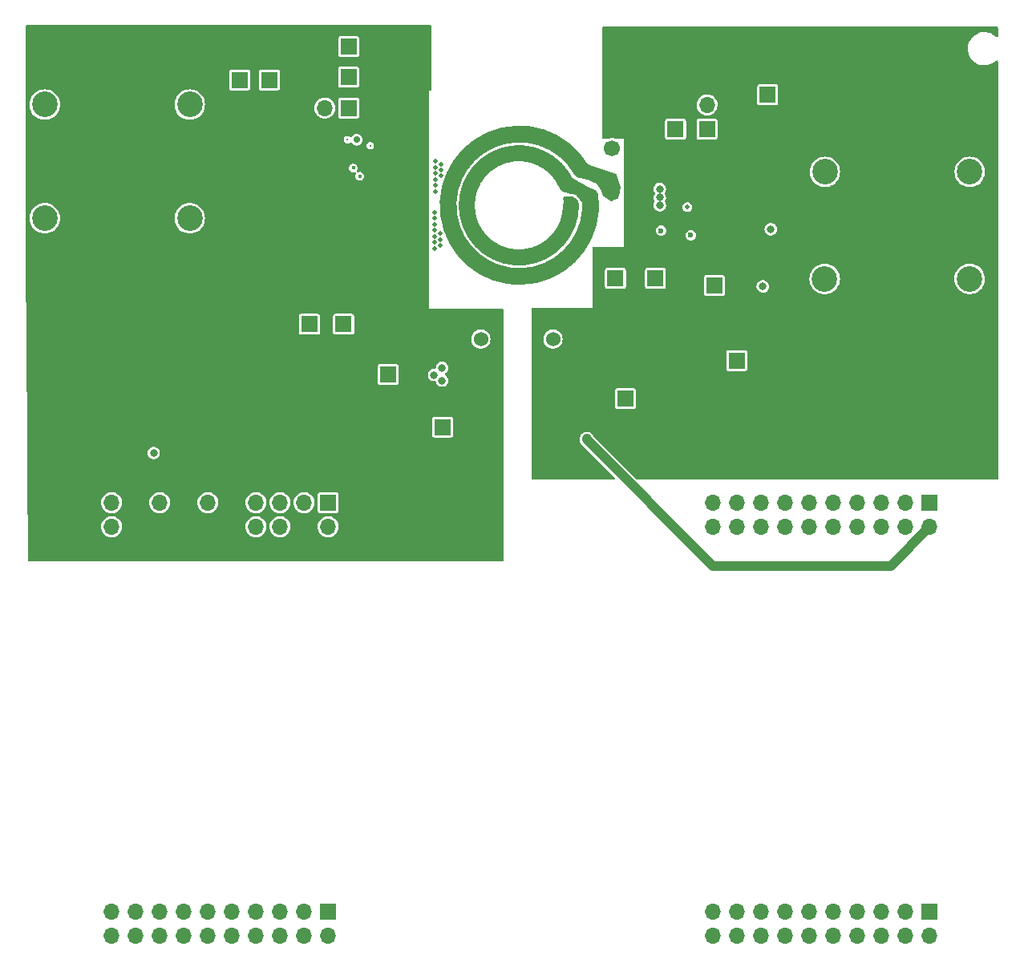
<source format=gbr>
%TF.GenerationSoftware,KiCad,Pcbnew,(6.0.1)*%
%TF.CreationDate,2023-08-02T16:38:54-05:00*%
%TF.ProjectId,board_v5,626f6172-645f-4763-952e-6b696361645f,rev?*%
%TF.SameCoordinates,Original*%
%TF.FileFunction,Copper,L2,Inr*%
%TF.FilePolarity,Positive*%
%FSLAX46Y46*%
G04 Gerber Fmt 4.6, Leading zero omitted, Abs format (unit mm)*
G04 Created by KiCad (PCBNEW (6.0.1)) date 2023-08-02 16:38:54*
%MOMM*%
%LPD*%
G01*
G04 APERTURE LIST*
%TA.AperFunction,ComponentPad*%
%ADD10R,1.700000X1.700000*%
%TD*%
%TA.AperFunction,ComponentPad*%
%ADD11O,1.700000X1.700000*%
%TD*%
%TA.AperFunction,ComponentPad*%
%ADD12C,1.524000*%
%TD*%
%TA.AperFunction,ComponentPad*%
%ADD13C,2.700000*%
%TD*%
%TA.AperFunction,ComponentPad*%
%ADD14C,1.700000*%
%TD*%
%TA.AperFunction,ViaPad*%
%ADD15C,0.600000*%
%TD*%
%TA.AperFunction,ViaPad*%
%ADD16C,0.800000*%
%TD*%
%TA.AperFunction,ViaPad*%
%ADD17C,0.400000*%
%TD*%
%TA.AperFunction,ViaPad*%
%ADD18C,0.500000*%
%TD*%
%TA.AperFunction,ViaPad*%
%ADD19C,0.300000*%
%TD*%
%TA.AperFunction,ViaPad*%
%ADD20C,0.700000*%
%TD*%
%TA.AperFunction,Conductor*%
%ADD21C,1.750000*%
%TD*%
%TA.AperFunction,Conductor*%
%ADD22C,1.700000*%
%TD*%
%TA.AperFunction,Conductor*%
%ADD23C,0.300000*%
%TD*%
%TA.AperFunction,Conductor*%
%ADD24C,1.000000*%
%TD*%
G04 APERTURE END LIST*
D10*
%TO.N,/i_in+*%
%TO.C,Vpv*%
X117725000Y-41350000D03*
D11*
%TO.N,GND*%
X117725000Y-38810000D03*
%TD*%
D10*
%TO.N,/q_p*%
%TO.C,qp*%
X125075000Y-67150000D03*
D11*
%TO.N,GND*%
X125075000Y-69690000D03*
%TD*%
D10*
%TO.N,/p_g_l*%
%TO.C,Vgl*%
X129225000Y-41052499D03*
D11*
%TO.N,GND*%
X126685000Y-41052499D03*
%TD*%
D10*
%TO.N,/5v_sec*%
%TO.C,5V S*%
X158474999Y-75000001D03*
D11*
%TO.N,GND1*%
X155934999Y-75000001D03*
%TD*%
D10*
%TO.N,+5V*%
%TO.C,J7*%
X139174999Y-78000001D03*
D11*
%TO.N,GND*%
X136634999Y-78000001D03*
%TD*%
D12*
%TO.N,GND1*%
%TO.C,U9*%
X150810000Y-76310000D03*
%TO.N,/5v_sec*%
X150810000Y-68690000D03*
%TO.N,/5v_iso*%
X143190000Y-68690000D03*
%TO.N,GND*%
X143190000Y-73770000D03*
%TD*%
D10*
%TO.N,/s_g_h*%
%TO.C,Vgh*%
X167070000Y-46530000D03*
D11*
%TO.N,/x_s*%
X167070000Y-43990000D03*
%TD*%
D10*
%TO.N,/q_s*%
%TO.C,qs*%
X167840000Y-63055000D03*
D11*
%TO.N,GND1*%
X167840000Y-65595000D03*
%TD*%
D10*
%TO.N,unconnected-(J4-Pada1)*%
%TO.C,J4*%
X127075000Y-85995000D03*
D11*
%TO.N,unconnected-(J4-Pada2)*%
X124535000Y-85995000D03*
%TO.N,/q_p*%
X121995000Y-85995000D03*
%TO.N,/~{q_p}*%
X119455000Y-85995000D03*
%TO.N,GND*%
X116915000Y-85995000D03*
%TO.N,/V_in_low*%
X114375000Y-85995000D03*
%TO.N,GND*%
X111835000Y-85995000D03*
%TO.N,/V_i_sense*%
X109295000Y-85995000D03*
%TO.N,GND*%
X106755000Y-85995000D03*
%TO.N,unconnected-(J4-Pada10)*%
X104215000Y-85995000D03*
%TO.N,+5V*%
X127075000Y-88535000D03*
%TO.N,GND*%
X124535000Y-88535000D03*
%TO.N,unconnected-(J4-Padb3)*%
X121995000Y-88535000D03*
%TO.N,unconnected-(J4-Padb4)*%
X119455000Y-88535000D03*
%TO.N,GND*%
X116915000Y-88535000D03*
X114375000Y-88535000D03*
X111835000Y-88535000D03*
X109295000Y-88535000D03*
X106755000Y-88535000D03*
%TO.N,unconnected-(J4-Padb10)*%
X104215000Y-88535000D03*
%TD*%
D10*
%TO.N,P_SW*%
%TO.C,Vsw*%
X129250000Y-37794999D03*
D11*
%TO.N,GND*%
X126710000Y-37794999D03*
%TD*%
D13*
%TO.N,Net-(J10-Pad1)*%
%TO.C,J10*%
X179500000Y-62350000D03*
X194800000Y-62350000D03*
%TD*%
D14*
%TO.N,Net-(C10-Pad2)*%
%TO.C,REF\u002A\u002A*%
X157050000Y-48610000D03*
%TD*%
D10*
%TO.N,V_IN*%
%TO.C,Vin*%
X120850000Y-41350000D03*
D11*
%TO.N,GND*%
X120850000Y-38810000D03*
%TD*%
D13*
%TO.N,/i_in+*%
%TO.C,J2*%
X97150000Y-55950000D03*
X112450000Y-55950000D03*
%TD*%
D10*
%TO.N,/q_s_iso*%
%TO.C,TP10*%
X170200000Y-70975000D03*
D11*
%TO.N,GND1*%
X170200000Y-73515000D03*
%TD*%
D10*
%TO.N,/s_g_l*%
%TO.C,Vgl*%
X161630000Y-62300000D03*
D11*
%TO.N,GND1*%
X161630000Y-64840000D03*
%TD*%
D10*
%TO.N,unconnected-(J6-Pada1)*%
%TO.C,J6*%
X127075000Y-129195000D03*
D11*
%TO.N,unconnected-(J6-Pada2)*%
X124535000Y-129195000D03*
%TO.N,unconnected-(J6-Pada3)*%
X121995000Y-129195000D03*
%TO.N,unconnected-(J6-Pada4)*%
X119455000Y-129195000D03*
%TO.N,unconnected-(J6-Pada5)*%
X116915000Y-129195000D03*
%TO.N,unconnected-(J6-Pada6)*%
X114375000Y-129195000D03*
%TO.N,unconnected-(J6-Pada7)*%
X111835000Y-129195000D03*
%TO.N,unconnected-(J6-Pada8)*%
X109295000Y-129195000D03*
%TO.N,unconnected-(J6-Pada9)*%
X106755000Y-129195000D03*
%TO.N,unconnected-(J6-Pada10)*%
X104215000Y-129195000D03*
%TO.N,GND*%
X127075000Y-131735000D03*
%TO.N,unconnected-(J6-Padb2)*%
X124535000Y-131735000D03*
%TO.N,unconnected-(J6-Padb3)*%
X121995000Y-131735000D03*
%TO.N,unconnected-(J6-Padb4)*%
X119455000Y-131735000D03*
%TO.N,unconnected-(J6-Padb5)*%
X116915000Y-131735000D03*
%TO.N,unconnected-(J6-Padb6)*%
X114375000Y-131735000D03*
%TO.N,unconnected-(J6-Padb7)*%
X111835000Y-131735000D03*
%TO.N,unconnected-(J6-Padb8)*%
X109295000Y-131735000D03*
%TO.N,unconnected-(J6-Padb9)*%
X106755000Y-131735000D03*
%TO.N,unconnected-(J6-Padb10)*%
X104215000Y-131735000D03*
%TD*%
D13*
%TO.N,V_IN*%
%TO.C,J1*%
X97150000Y-43950000D03*
X112450000Y-43950000D03*
%TD*%
D10*
%TO.N,V_OUT*%
%TO.C,Vout*%
X173482000Y-42926000D03*
D11*
%TO.N,GND1*%
X173482000Y-40386000D03*
%TD*%
D10*
%TO.N,/p_g_h*%
%TO.C,Vgh*%
X129250000Y-44310000D03*
D11*
%TO.N,P_SW*%
X126710000Y-44310000D03*
%TD*%
D10*
%TO.N,unconnected-(J3-Pada1)*%
%TO.C,J3*%
X190575000Y-85995000D03*
D11*
%TO.N,unconnected-(J3-Pada2)*%
X188035000Y-85995000D03*
%TO.N,unconnected-(J3-Pada3)*%
X185495000Y-85995000D03*
%TO.N,unconnected-(J3-Pada4)*%
X182955000Y-85995000D03*
%TO.N,GND*%
X180415000Y-85995000D03*
%TO.N,unconnected-(J3-Pada6)*%
X177875000Y-85995000D03*
%TO.N,GND*%
X175335000Y-85995000D03*
%TO.N,/Vout_low*%
X172795000Y-85995000D03*
%TO.N,GND*%
X170255000Y-85995000D03*
%TO.N,unconnected-(J3-Pada10)*%
X167715000Y-85995000D03*
%TO.N,+5V*%
X190575000Y-88535000D03*
%TO.N,GND*%
X188035000Y-88535000D03*
%TO.N,unconnected-(J3-Padb3)*%
X185495000Y-88535000D03*
%TO.N,unconnected-(J3-Padb4)*%
X182955000Y-88535000D03*
%TO.N,GND*%
X180415000Y-88535000D03*
X177875000Y-88535000D03*
X175335000Y-88535000D03*
X172795000Y-88535000D03*
X170255000Y-88535000D03*
%TO.N,unconnected-(J3-Padb10)*%
X167715000Y-88535000D03*
%TD*%
D10*
%TO.N,/5V_primary*%
%TO.C,5V P*%
X133400000Y-72425000D03*
D11*
%TO.N,GND*%
X133400000Y-74965000D03*
%TD*%
D10*
%TO.N,unconnected-(J5-Pada1)*%
%TO.C,J5*%
X190570000Y-129190000D03*
D11*
%TO.N,unconnected-(J5-Pada2)*%
X188030000Y-129190000D03*
%TO.N,unconnected-(J5-Pada3)*%
X185490000Y-129190000D03*
%TO.N,unconnected-(J5-Pada4)*%
X182950000Y-129190000D03*
%TO.N,/~{q_s}*%
X180410000Y-129190000D03*
%TO.N,/q_s_mcu*%
X177870000Y-129190000D03*
%TO.N,unconnected-(J5-Pada7)*%
X175330000Y-129190000D03*
%TO.N,unconnected-(J5-Pada8)*%
X172790000Y-129190000D03*
%TO.N,unconnected-(J5-Pada9)*%
X170250000Y-129190000D03*
%TO.N,unconnected-(J5-Pada10)*%
X167710000Y-129190000D03*
%TO.N,GND*%
X190570000Y-131730000D03*
%TO.N,unconnected-(J5-Padb2)*%
X188030000Y-131730000D03*
%TO.N,unconnected-(J5-Padb3)*%
X185490000Y-131730000D03*
%TO.N,unconnected-(J5-Padb4)*%
X182950000Y-131730000D03*
%TO.N,unconnected-(J5-Padb5)*%
X180410000Y-131730000D03*
%TO.N,unconnected-(J5-Padb6)*%
X177870000Y-131730000D03*
%TO.N,unconnected-(J5-Padb7)*%
X175330000Y-131730000D03*
%TO.N,unconnected-(J5-Padb8)*%
X172790000Y-131730000D03*
%TO.N,unconnected-(J5-Padb9)*%
X170250000Y-131730000D03*
%TO.N,unconnected-(J5-Padb10)*%
X167710000Y-131730000D03*
%TD*%
D13*
%TO.N,V_OUT*%
%TO.C,J8*%
X194818000Y-51054000D03*
X179518000Y-51054000D03*
%TD*%
D14*
%TO.N,S_SW*%
%TO.C,REF\u002A\u002A*%
X157050000Y-53150000D03*
%TD*%
D10*
%TO.N,/x_s*%
%TO.C,Vsw*%
X157400000Y-62300000D03*
D11*
%TO.N,GND1*%
X157400000Y-64840000D03*
%TD*%
D13*
%TO.N,GND*%
%TO.C,J9*%
X97150000Y-67800000D03*
X112450000Y-67800000D03*
%TD*%
D10*
%TO.N,P_SW*%
%TO.C,Vc*%
X128700000Y-67150000D03*
D11*
%TO.N,GND*%
X128700000Y-69690000D03*
%TD*%
D10*
%TO.N,Net-(C10-Pad2)*%
%TO.C,Vc*%
X163750000Y-46530000D03*
D11*
%TO.N,GND1*%
X163750000Y-43990000D03*
%TD*%
D15*
%TO.N,GND*%
X132845000Y-43295000D03*
X114600000Y-71200000D03*
X116450000Y-74725000D03*
X132900000Y-64430000D03*
X136700000Y-65155000D03*
X137400000Y-45620000D03*
X114600000Y-64900000D03*
X137400000Y-44020000D03*
X118000000Y-62100000D03*
D16*
X137025000Y-38295000D03*
D15*
X135125000Y-44020000D03*
X109950000Y-78700000D03*
X132900000Y-65880000D03*
X118000000Y-69100000D03*
X113467778Y-77182225D03*
X113995989Y-74505934D03*
X116455000Y-76110000D03*
X134350000Y-43295000D03*
X116450000Y-65625000D03*
X118000000Y-63500000D03*
X116450000Y-58625000D03*
X116450000Y-60025000D03*
X116455000Y-75410000D03*
X114600000Y-62800000D03*
X118005000Y-76785000D03*
X118005000Y-76085000D03*
X118000000Y-66300000D03*
X134350000Y-45620000D03*
X118000000Y-71200000D03*
X111500000Y-79150000D03*
X118000000Y-71900000D03*
X135925000Y-65880000D03*
X116450000Y-71925000D03*
X136650000Y-43295000D03*
X135175000Y-64430000D03*
D16*
X134225000Y-36395000D03*
D15*
X118000000Y-74000000D03*
X135175000Y-65155000D03*
X114600000Y-58600000D03*
X135925000Y-65155000D03*
X116450000Y-59325000D03*
X114600000Y-69100000D03*
X118000000Y-64900000D03*
X111442321Y-77073745D03*
D16*
X123060000Y-47000000D03*
D15*
X118005000Y-77485000D03*
X116455000Y-79610000D03*
X118005000Y-81685000D03*
X116450000Y-68425000D03*
D16*
X126150000Y-47000000D03*
D15*
X116450000Y-71225000D03*
X118005000Y-79585000D03*
X135130000Y-44905000D03*
X135875000Y-43295000D03*
D16*
X135175000Y-36395000D03*
X136125000Y-39195000D03*
D15*
X136655000Y-44905000D03*
D16*
X137175000Y-67375000D03*
D15*
X136650000Y-44020000D03*
X133650000Y-65155000D03*
X114047604Y-76588254D03*
X135875000Y-45620000D03*
X118005000Y-80985000D03*
X134425000Y-64430000D03*
X116450000Y-61425000D03*
X134425000Y-65880000D03*
X114600000Y-60700000D03*
X135880000Y-44905000D03*
X118000000Y-59300000D03*
X118000000Y-69800000D03*
X111991946Y-78658058D03*
X116450000Y-70525000D03*
D16*
X134225000Y-39195000D03*
D15*
X136700000Y-64430000D03*
D17*
X130564520Y-49315000D03*
D16*
X137025000Y-37345000D03*
D15*
X137400000Y-43295000D03*
X116450000Y-69125000D03*
X116450000Y-62825000D03*
X134355000Y-44905000D03*
D16*
X137025000Y-36395000D03*
D15*
X116455000Y-78910000D03*
X110950000Y-79650000D03*
X114600000Y-72600000D03*
X133650000Y-64430000D03*
X114600000Y-69800000D03*
X118000000Y-68400000D03*
D16*
X136125000Y-40145000D03*
D15*
X116450000Y-62125000D03*
X137450000Y-65880000D03*
X118005000Y-80285000D03*
X118000000Y-65600000D03*
X135125000Y-45620000D03*
X116455000Y-76810000D03*
X118000000Y-61400000D03*
X134350000Y-44020000D03*
X118005000Y-75385000D03*
X116450000Y-67025000D03*
X135175000Y-65880000D03*
D16*
X122030000Y-47000000D03*
D15*
X118005000Y-78185000D03*
X116450000Y-73325000D03*
X114600000Y-65600000D03*
X118000000Y-67000000D03*
X135925000Y-64430000D03*
X133600000Y-44020000D03*
X116450000Y-64225000D03*
X137450000Y-64430000D03*
X114600000Y-67700000D03*
X137405000Y-44905000D03*
D16*
X137025000Y-39195000D03*
D15*
X115037556Y-75598307D03*
X116455000Y-77510000D03*
X110950379Y-77565685D03*
X135175000Y-64430000D03*
X110458433Y-78057627D03*
X114600000Y-63500000D03*
X112483888Y-78166118D03*
X133650000Y-65880000D03*
X132900000Y-65155000D03*
X112426211Y-76089852D03*
X114490965Y-74010961D03*
X116450000Y-60725000D03*
X114600000Y-73300000D03*
X114600000Y-68400000D03*
X136700000Y-65880000D03*
X112975834Y-77674175D03*
D16*
X135175000Y-40145000D03*
D15*
X116450000Y-67725000D03*
X114600000Y-60000000D03*
X118000000Y-72600000D03*
D16*
X135730000Y-67375000D03*
X136125000Y-37345000D03*
D15*
X116450000Y-63525000D03*
X118000000Y-64200000D03*
X118000000Y-67700000D03*
X114600000Y-71900000D03*
X132845000Y-44020000D03*
X116450000Y-66325000D03*
X116450000Y-72625000D03*
X114600000Y-66300000D03*
X114600000Y-61400000D03*
X135875000Y-44020000D03*
X118000000Y-60000000D03*
X118005000Y-78885000D03*
X118000000Y-60700000D03*
X113006037Y-75495881D03*
X116455000Y-74710000D03*
X137450000Y-65155000D03*
D16*
X136125000Y-36395000D03*
X121000000Y-47000000D03*
D17*
X130064520Y-49535000D03*
D15*
X118005000Y-82385000D03*
X118000000Y-58600000D03*
X114600000Y-59300000D03*
X135125000Y-43295000D03*
D16*
X135175000Y-37345000D03*
D15*
X114542581Y-76093279D03*
X136650000Y-45620000D03*
D16*
X137025000Y-40145000D03*
X134225000Y-37345000D03*
X124090000Y-47000000D03*
D15*
X118000000Y-70500000D03*
X111934267Y-76581802D03*
X115532532Y-75103334D03*
X118000000Y-73300000D03*
D16*
X135175000Y-38295000D03*
X134225000Y-38295000D03*
D15*
X116450000Y-74025000D03*
D17*
X129494520Y-49315000D03*
D15*
X114600000Y-70500000D03*
X116455000Y-78210000D03*
D16*
X134225000Y-40145000D03*
X138500000Y-67375000D03*
D15*
X134425000Y-65155000D03*
X114600000Y-67000000D03*
D16*
X125120000Y-47000000D03*
D15*
X109458054Y-79191943D03*
X114600000Y-62100000D03*
X118000000Y-62800000D03*
X116450000Y-64925000D03*
X118000000Y-74700000D03*
D16*
X136125000Y-38295000D03*
X135175000Y-39195000D03*
D15*
X116450000Y-69825000D03*
X113501014Y-75000906D03*
X114600000Y-64200000D03*
X133600000Y-43295000D03*
D18*
%TO.N,P_SW*%
X138380000Y-49950000D03*
X138925000Y-58850000D03*
X138975000Y-50825000D03*
X138380000Y-53110000D03*
X138350000Y-55329000D03*
X138925000Y-57586000D03*
X138975000Y-50225000D03*
X138380000Y-51214000D03*
X138380000Y-50582000D03*
X138350000Y-57225000D03*
D19*
X129114520Y-47665000D03*
D18*
X138975000Y-51475000D03*
X138350000Y-58489000D03*
X138380000Y-51846000D03*
D19*
X131504520Y-48285000D03*
D18*
X138350000Y-55961000D03*
X138350000Y-59150000D03*
X138380000Y-52478000D03*
X138925000Y-58218000D03*
X138350000Y-56593000D03*
X138350000Y-57857000D03*
D16*
%TO.N,S_SW*%
X152350000Y-54150000D03*
D15*
%TO.N,GND1*%
X159615000Y-47745000D03*
X158895000Y-59850000D03*
D16*
X170225000Y-48925000D03*
X171750000Y-60217500D03*
X188094002Y-59771997D03*
X159725000Y-36550000D03*
D15*
X161140000Y-47745000D03*
X159615000Y-48470000D03*
D16*
X186906501Y-59772003D03*
D15*
X159645000Y-58400000D03*
X158895000Y-59125000D03*
X158865000Y-47745000D03*
D16*
X157825000Y-38400000D03*
D15*
X159645000Y-59850000D03*
X160370000Y-58400000D03*
D16*
X158775000Y-36550000D03*
X160625000Y-36550000D03*
X172125000Y-48925000D03*
X185718994Y-59772003D03*
X157825000Y-36550000D03*
D15*
X161140000Y-47020000D03*
D16*
X154900000Y-71750000D03*
D15*
X160420000Y-59125000D03*
D16*
X159725000Y-38400000D03*
X159725000Y-37500000D03*
X158775000Y-39350000D03*
D15*
X161170000Y-59850000D03*
D16*
X158775000Y-38400000D03*
X175500000Y-61050000D03*
D17*
X166610000Y-55870000D03*
D16*
X158775000Y-40300000D03*
X171850000Y-66700000D03*
X160625000Y-37500000D03*
X160625000Y-40300000D03*
D15*
X159645000Y-59125000D03*
X161170000Y-59125000D03*
D16*
X159725000Y-40300000D03*
X159725000Y-39350000D03*
D17*
X165690000Y-55690000D03*
D15*
X158895000Y-58400000D03*
X160390000Y-47745000D03*
D17*
X166640000Y-56490000D03*
D16*
X170930000Y-54807500D03*
D15*
X158865000Y-48470000D03*
D17*
X165870000Y-56180000D03*
X165360000Y-56710000D03*
D16*
X157825000Y-40300000D03*
X171750000Y-61167500D03*
X173850000Y-54330000D03*
D15*
X159615000Y-47020000D03*
D16*
X169275000Y-48925000D03*
D15*
X160390000Y-47020000D03*
D16*
X156300000Y-71800000D03*
D15*
X160420000Y-59850000D03*
D16*
X160625000Y-38400000D03*
X153550000Y-71750000D03*
D15*
X162830000Y-59010000D03*
D16*
X171175000Y-48925000D03*
D15*
X158865000Y-47020000D03*
X161140000Y-48470000D03*
D16*
X167375000Y-48925000D03*
X157825000Y-37500000D03*
X157825000Y-39350000D03*
X168325000Y-48925000D03*
X160625000Y-39350000D03*
D15*
X160390000Y-48470000D03*
D16*
X158775000Y-37500000D03*
X173500000Y-66700000D03*
%TO.N,+5V*%
X154390000Y-79260000D03*
D17*
%TO.N,Net-(R1-Pad1)*%
X129724520Y-50645000D03*
D16*
%TO.N,V_OUT*%
X162090000Y-52868000D03*
X162090000Y-53768000D03*
X162090000Y-54580000D03*
D17*
%TO.N,/q_p*%
X130394520Y-51505000D03*
D15*
%TO.N,/x_s*%
X162215000Y-57253000D03*
%TO.N,/5v_sec*%
X165340000Y-57740000D03*
D16*
%TO.N,Net-(R17-Pad1)*%
X173800000Y-57107500D03*
D18*
%TO.N,Net-(R6-Pad1)*%
X165000000Y-54786000D03*
D16*
%TO.N,/5V_primary*%
X108650000Y-80750000D03*
X139100000Y-73099998D03*
D20*
X130084520Y-47675000D03*
D16*
X139100001Y-71750000D03*
X138250000Y-72500000D03*
%TO.N,/5v_buck*%
X172950000Y-63150000D03*
%TD*%
D21*
%TO.N,S_SW*%
X153794858Y-50850984D02*
G75*
G03*
X154729998Y-53680000I-6538116J-3730259D01*
G01*
D22*
X152259999Y-52410000D02*
G75*
G03*
X152709998Y-54540000I-5055109J-2180514D01*
G01*
D23*
%TO.N,+5V*%
X165050000Y-90000000D02*
X165050000Y-89920000D01*
D24*
X154390000Y-79340000D02*
X154390000Y-79260000D01*
X190575000Y-88535000D02*
X186456366Y-92653634D01*
X186456366Y-92653634D02*
X167703634Y-92653634D01*
X167703634Y-92653634D02*
X154390000Y-79340000D01*
D23*
X167703634Y-92653634D02*
X165050000Y-90000000D01*
%TD*%
%TA.AperFunction,Conductor*%
%TO.N,GND1*%
G36*
X197740121Y-35743002D02*
G01*
X197786614Y-35796658D01*
X197798000Y-35849000D01*
X197798000Y-36697348D01*
X197777998Y-36765469D01*
X197724342Y-36811962D01*
X197654068Y-36822066D01*
X197585667Y-36789123D01*
X197476329Y-36686268D01*
X197472923Y-36683064D01*
X197351640Y-36598927D01*
X197262556Y-36537127D01*
X197262551Y-36537124D01*
X197258718Y-36534465D01*
X197254536Y-36532402D01*
X197254528Y-36532398D01*
X197029090Y-36421225D01*
X197029087Y-36421224D01*
X197024902Y-36419160D01*
X196776611Y-36339681D01*
X196772004Y-36338931D01*
X196772001Y-36338930D01*
X196523911Y-36298526D01*
X196523912Y-36298526D01*
X196519300Y-36297775D01*
X196392873Y-36296120D01*
X196263298Y-36294424D01*
X196263295Y-36294424D01*
X196258621Y-36294363D01*
X196000300Y-36329519D01*
X195750014Y-36402470D01*
X195513260Y-36511616D01*
X195509351Y-36514179D01*
X195299152Y-36651991D01*
X195299147Y-36651995D01*
X195295239Y-36654557D01*
X195197990Y-36741355D01*
X195118881Y-36811962D01*
X195100740Y-36828153D01*
X194934038Y-37028591D01*
X194798793Y-37251468D01*
X194796984Y-37255783D01*
X194796983Y-37255784D01*
X194725186Y-37427000D01*
X194697976Y-37491887D01*
X194633804Y-37744567D01*
X194607685Y-38003957D01*
X194609897Y-38050000D01*
X194620193Y-38264358D01*
X194671053Y-38520050D01*
X194672632Y-38524448D01*
X194672634Y-38524455D01*
X194718279Y-38651585D01*
X194759148Y-38765416D01*
X194882544Y-38995066D01*
X194885334Y-38998803D01*
X194885339Y-38998810D01*
X194967281Y-39108543D01*
X195038528Y-39203954D01*
X195041837Y-39207234D01*
X195041842Y-39207240D01*
X195176580Y-39340807D01*
X195223674Y-39387492D01*
X195227436Y-39390250D01*
X195227439Y-39390253D01*
X195430148Y-39538885D01*
X195433915Y-39541647D01*
X195438046Y-39543821D01*
X195438047Y-39543821D01*
X195660498Y-39660858D01*
X195660504Y-39660860D01*
X195664633Y-39663033D01*
X195669040Y-39664572D01*
X195669047Y-39664575D01*
X195906343Y-39747442D01*
X195910759Y-39748984D01*
X195915352Y-39749856D01*
X196162296Y-39796740D01*
X196162299Y-39796740D01*
X196166885Y-39797611D01*
X196297135Y-39802729D01*
X196422717Y-39807664D01*
X196422723Y-39807664D01*
X196427385Y-39807847D01*
X196519178Y-39797794D01*
X196681884Y-39779975D01*
X196681889Y-39779974D01*
X196686537Y-39779465D01*
X196691061Y-39778274D01*
X196934125Y-39714281D01*
X196934127Y-39714280D01*
X196938648Y-39713090D01*
X197178178Y-39610179D01*
X197293389Y-39538885D01*
X197395894Y-39475453D01*
X197395895Y-39475453D01*
X197399866Y-39472995D01*
X197403429Y-39469978D01*
X197403434Y-39469975D01*
X197590588Y-39311537D01*
X197655504Y-39282788D01*
X197725657Y-39293700D01*
X197778775Y-39340807D01*
X197798000Y-39407704D01*
X197798000Y-83447000D01*
X197777998Y-83515121D01*
X197724342Y-83561614D01*
X197672000Y-83573000D01*
X159742214Y-83573000D01*
X159674093Y-83552998D01*
X159653119Y-83536095D01*
X155107455Y-78990431D01*
X155078111Y-78944328D01*
X155071728Y-78926742D01*
X155071728Y-78926741D01*
X155069232Y-78919866D01*
X154972766Y-78772732D01*
X154845040Y-78651736D01*
X154692904Y-78563368D01*
X154524520Y-78512370D01*
X154348920Y-78501476D01*
X154341704Y-78502716D01*
X154341702Y-78502716D01*
X154182738Y-78530031D01*
X154182736Y-78530032D01*
X154175523Y-78531271D01*
X154013632Y-78600156D01*
X153871929Y-78704437D01*
X153758018Y-78838520D01*
X153754690Y-78845038D01*
X153681334Y-78988695D01*
X153681332Y-78988700D01*
X153678007Y-78995212D01*
X153636189Y-79166108D01*
X153635500Y-79177214D01*
X153635500Y-79273235D01*
X153634067Y-79292184D01*
X153630826Y-79313489D01*
X153631419Y-79320780D01*
X153631419Y-79320783D01*
X153635085Y-79365848D01*
X153635500Y-79376063D01*
X153635500Y-79384053D01*
X153635925Y-79387697D01*
X153638771Y-79412113D01*
X153639204Y-79416487D01*
X153645090Y-79488847D01*
X153647345Y-79495809D01*
X153648518Y-79501677D01*
X153649890Y-79507484D01*
X153650738Y-79514754D01*
X153675532Y-79583060D01*
X153676940Y-79587163D01*
X153699312Y-79656222D01*
X153703109Y-79662479D01*
X153705602Y-79667926D01*
X153708270Y-79673254D01*
X153710768Y-79680134D01*
X153714782Y-79686256D01*
X153750568Y-79740839D01*
X153752915Y-79744559D01*
X153790583Y-79806633D01*
X153794295Y-79810836D01*
X153797949Y-79814974D01*
X153797924Y-79814996D01*
X153800624Y-79818041D01*
X153803220Y-79821146D01*
X153807234Y-79827268D01*
X153812547Y-79832301D01*
X153863126Y-79880215D01*
X153865568Y-79882593D01*
X157340880Y-83357905D01*
X157374906Y-83420217D01*
X157369841Y-83491032D01*
X157327294Y-83547868D01*
X157260774Y-83572679D01*
X157251785Y-83573000D01*
X148651000Y-83573000D01*
X148582879Y-83552998D01*
X148536386Y-83499342D01*
X148525000Y-83447000D01*
X148525000Y-74124934D01*
X157370499Y-74124934D01*
X157370500Y-75875067D01*
X157385265Y-75949302D01*
X157441515Y-76033485D01*
X157525698Y-76089735D01*
X157599932Y-76104501D01*
X158474857Y-76104501D01*
X159350065Y-76104500D01*
X159385817Y-76097389D01*
X159412125Y-76092157D01*
X159412127Y-76092156D01*
X159424300Y-76089735D01*
X159434620Y-76082840D01*
X159434621Y-76082839D01*
X159498167Y-76040378D01*
X159508483Y-76033485D01*
X159564733Y-75949302D01*
X159579499Y-75875068D01*
X159579498Y-74124935D01*
X159564733Y-74050700D01*
X159508483Y-73966517D01*
X159424300Y-73910267D01*
X159350066Y-73895501D01*
X158475141Y-73895501D01*
X157599933Y-73895502D01*
X157564181Y-73902613D01*
X157537873Y-73907845D01*
X157537871Y-73907846D01*
X157525698Y-73910267D01*
X157515378Y-73917162D01*
X157515377Y-73917163D01*
X157454984Y-73957517D01*
X157441515Y-73966517D01*
X157385265Y-74050700D01*
X157370499Y-74124934D01*
X148525000Y-74124934D01*
X148525000Y-70099933D01*
X169095500Y-70099933D01*
X169095501Y-71850066D01*
X169110266Y-71924301D01*
X169166516Y-72008484D01*
X169250699Y-72064734D01*
X169324933Y-72079500D01*
X170199858Y-72079500D01*
X171075066Y-72079499D01*
X171110818Y-72072388D01*
X171137126Y-72067156D01*
X171137128Y-72067155D01*
X171149301Y-72064734D01*
X171159621Y-72057839D01*
X171159622Y-72057838D01*
X171223168Y-72015377D01*
X171233484Y-72008484D01*
X171289734Y-71924301D01*
X171304500Y-71850067D01*
X171304499Y-70099934D01*
X171289734Y-70025699D01*
X171233484Y-69941516D01*
X171149301Y-69885266D01*
X171075067Y-69870500D01*
X170200142Y-69870500D01*
X169324934Y-69870501D01*
X169289182Y-69877612D01*
X169262874Y-69882844D01*
X169262872Y-69882845D01*
X169250699Y-69885266D01*
X169240379Y-69892161D01*
X169240378Y-69892162D01*
X169179985Y-69932516D01*
X169166516Y-69941516D01*
X169110266Y-70025699D01*
X169095500Y-70099933D01*
X148525000Y-70099933D01*
X148525000Y-68675739D01*
X149788682Y-68675739D01*
X149805362Y-68874386D01*
X149860310Y-69066009D01*
X149951430Y-69243311D01*
X150075253Y-69399537D01*
X150227063Y-69528737D01*
X150232441Y-69531743D01*
X150232443Y-69531744D01*
X150274397Y-69555191D01*
X150401076Y-69625989D01*
X150406935Y-69627893D01*
X150406938Y-69627894D01*
X150442701Y-69639514D01*
X150590665Y-69687591D01*
X150596775Y-69688320D01*
X150596777Y-69688320D01*
X150664314Y-69696373D01*
X150788609Y-69711194D01*
X150794744Y-69710722D01*
X150794746Y-69710722D01*
X150981226Y-69696373D01*
X150981231Y-69696372D01*
X150987367Y-69695900D01*
X150993297Y-69694244D01*
X150993299Y-69694244D01*
X151083368Y-69669096D01*
X151179370Y-69642292D01*
X151184870Y-69639514D01*
X151351802Y-69555191D01*
X151351804Y-69555190D01*
X151357303Y-69552412D01*
X151514390Y-69429682D01*
X151536962Y-69403532D01*
X151640618Y-69283446D01*
X151640619Y-69283444D01*
X151644647Y-69278778D01*
X151743112Y-69105448D01*
X151806035Y-68916294D01*
X151812105Y-68868247D01*
X151830578Y-68722023D01*
X151830579Y-68722013D01*
X151831020Y-68718520D01*
X151831418Y-68690000D01*
X151811965Y-68491606D01*
X151810184Y-68485707D01*
X151810183Y-68485702D01*
X151756129Y-68306667D01*
X151754348Y-68300768D01*
X151660761Y-68124756D01*
X151656871Y-68119986D01*
X151656868Y-68119982D01*
X151538663Y-67975049D01*
X151538660Y-67975046D01*
X151534768Y-67970274D01*
X151381170Y-67843206D01*
X151205815Y-67748392D01*
X151015385Y-67689444D01*
X151009260Y-67688800D01*
X151009259Y-67688800D01*
X150823260Y-67669251D01*
X150823258Y-67669251D01*
X150817131Y-67668607D01*
X150694252Y-67679790D01*
X150624746Y-67686115D01*
X150624745Y-67686115D01*
X150618605Y-67686674D01*
X150612691Y-67688415D01*
X150612689Y-67688415D01*
X150482539Y-67726721D01*
X150427370Y-67742958D01*
X150250709Y-67835314D01*
X150245909Y-67839174D01*
X150245908Y-67839174D01*
X150240893Y-67843206D01*
X150095351Y-67960225D01*
X149967214Y-68112933D01*
X149871179Y-68287621D01*
X149810902Y-68477635D01*
X149788682Y-68675739D01*
X148525000Y-68675739D01*
X148525000Y-65526000D01*
X148545002Y-65457879D01*
X148598658Y-65411386D01*
X148651000Y-65400000D01*
X154955000Y-65400000D01*
X154955000Y-61424933D01*
X156295500Y-61424933D01*
X156295501Y-63175066D01*
X156310266Y-63249301D01*
X156317161Y-63259620D01*
X156317162Y-63259622D01*
X156352906Y-63313115D01*
X156366516Y-63333484D01*
X156450699Y-63389734D01*
X156524933Y-63404500D01*
X157399858Y-63404500D01*
X158275066Y-63404499D01*
X158310818Y-63397388D01*
X158337126Y-63392156D01*
X158337128Y-63392155D01*
X158349301Y-63389734D01*
X158359621Y-63382839D01*
X158359622Y-63382838D01*
X158423168Y-63340377D01*
X158433484Y-63333484D01*
X158489734Y-63249301D01*
X158504500Y-63175067D01*
X158504499Y-61424934D01*
X158504499Y-61424933D01*
X160525500Y-61424933D01*
X160525501Y-63175066D01*
X160540266Y-63249301D01*
X160547161Y-63259620D01*
X160547162Y-63259622D01*
X160582906Y-63313115D01*
X160596516Y-63333484D01*
X160680699Y-63389734D01*
X160754933Y-63404500D01*
X161629858Y-63404500D01*
X162505066Y-63404499D01*
X162540818Y-63397388D01*
X162567126Y-63392156D01*
X162567128Y-63392155D01*
X162579301Y-63389734D01*
X162589621Y-63382839D01*
X162589622Y-63382838D01*
X162653168Y-63340377D01*
X162663484Y-63333484D01*
X162719734Y-63249301D01*
X162734500Y-63175067D01*
X162734499Y-62179933D01*
X166735500Y-62179933D01*
X166735501Y-63930066D01*
X166750266Y-64004301D01*
X166806516Y-64088484D01*
X166890699Y-64144734D01*
X166964933Y-64159500D01*
X167839858Y-64159500D01*
X168715066Y-64159499D01*
X168750818Y-64152388D01*
X168777126Y-64147156D01*
X168777128Y-64147155D01*
X168789301Y-64144734D01*
X168799621Y-64137839D01*
X168799622Y-64137838D01*
X168863168Y-64095377D01*
X168873484Y-64088484D01*
X168929734Y-64004301D01*
X168944500Y-63930067D01*
X168944500Y-63143096D01*
X172290729Y-63143096D01*
X172294929Y-63181135D01*
X172307147Y-63291800D01*
X172308113Y-63300553D01*
X172310723Y-63307684D01*
X172310723Y-63307686D01*
X172352455Y-63421724D01*
X172362553Y-63449319D01*
X172366789Y-63455622D01*
X172366789Y-63455623D01*
X172390746Y-63491274D01*
X172450908Y-63580805D01*
X172456527Y-63585918D01*
X172456528Y-63585919D01*
X172562460Y-63682309D01*
X172568076Y-63687419D01*
X172707293Y-63763008D01*
X172860522Y-63803207D01*
X172944477Y-63804526D01*
X173011319Y-63805576D01*
X173011322Y-63805576D01*
X173018916Y-63805695D01*
X173173332Y-63770329D01*
X173243742Y-63734917D01*
X173308072Y-63702563D01*
X173308075Y-63702561D01*
X173314855Y-63699151D01*
X173320626Y-63694222D01*
X173320629Y-63694220D01*
X173429536Y-63601204D01*
X173429536Y-63601203D01*
X173435314Y-63596269D01*
X173527755Y-63467624D01*
X173586842Y-63320641D01*
X173608440Y-63168880D01*
X173608581Y-63167891D01*
X173608581Y-63167888D01*
X173609162Y-63163807D01*
X173609307Y-63150000D01*
X173590276Y-62992733D01*
X173534280Y-62844546D01*
X173525814Y-62832228D01*
X173448855Y-62720251D01*
X173448854Y-62720249D01*
X173444553Y-62713992D01*
X173326275Y-62608611D01*
X173318889Y-62604700D01*
X173192988Y-62538039D01*
X173192989Y-62538039D01*
X173186274Y-62534484D01*
X173032633Y-62495892D01*
X173025034Y-62495852D01*
X173025033Y-62495852D01*
X172959181Y-62495507D01*
X172874221Y-62495062D01*
X172866841Y-62496834D01*
X172866839Y-62496834D01*
X172727563Y-62530271D01*
X172727560Y-62530272D01*
X172720184Y-62532043D01*
X172579414Y-62604700D01*
X172460039Y-62708838D01*
X172368950Y-62838444D01*
X172311406Y-62986037D01*
X172310414Y-62993570D01*
X172310414Y-62993571D01*
X172298391Y-63084900D01*
X172290729Y-63143096D01*
X168944500Y-63143096D01*
X168944499Y-62350000D01*
X177890539Y-62350000D01*
X177910354Y-62601775D01*
X177911508Y-62606582D01*
X177911509Y-62606588D01*
X177938798Y-62720251D01*
X177969312Y-62847351D01*
X177971205Y-62851922D01*
X177971206Y-62851924D01*
X178031069Y-62996445D01*
X178065960Y-63080680D01*
X178197919Y-63296017D01*
X178361939Y-63488061D01*
X178553983Y-63652081D01*
X178769320Y-63784040D01*
X178773890Y-63785933D01*
X178773894Y-63785935D01*
X178998076Y-63878794D01*
X179002649Y-63880688D01*
X179088865Y-63901387D01*
X179243412Y-63938491D01*
X179243418Y-63938492D01*
X179248225Y-63939646D01*
X179500000Y-63959461D01*
X179751775Y-63939646D01*
X179756582Y-63938492D01*
X179756588Y-63938491D01*
X179911135Y-63901387D01*
X179997351Y-63880688D01*
X180001924Y-63878794D01*
X180226106Y-63785935D01*
X180226110Y-63785933D01*
X180230680Y-63784040D01*
X180446017Y-63652081D01*
X180638061Y-63488061D01*
X180802081Y-63296017D01*
X180934040Y-63080680D01*
X180968932Y-62996445D01*
X181028794Y-62851924D01*
X181028795Y-62851922D01*
X181030688Y-62847351D01*
X181061202Y-62720251D01*
X181088491Y-62606588D01*
X181088492Y-62606582D01*
X181089646Y-62601775D01*
X181109461Y-62350000D01*
X193190539Y-62350000D01*
X193210354Y-62601775D01*
X193211508Y-62606582D01*
X193211509Y-62606588D01*
X193238798Y-62720251D01*
X193269312Y-62847351D01*
X193271205Y-62851922D01*
X193271206Y-62851924D01*
X193331069Y-62996445D01*
X193365960Y-63080680D01*
X193497919Y-63296017D01*
X193661939Y-63488061D01*
X193853983Y-63652081D01*
X194069320Y-63784040D01*
X194073890Y-63785933D01*
X194073894Y-63785935D01*
X194298076Y-63878794D01*
X194302649Y-63880688D01*
X194388865Y-63901387D01*
X194543412Y-63938491D01*
X194543418Y-63938492D01*
X194548225Y-63939646D01*
X194800000Y-63959461D01*
X195051775Y-63939646D01*
X195056582Y-63938492D01*
X195056588Y-63938491D01*
X195211135Y-63901387D01*
X195297351Y-63880688D01*
X195301924Y-63878794D01*
X195526106Y-63785935D01*
X195526110Y-63785933D01*
X195530680Y-63784040D01*
X195746017Y-63652081D01*
X195938061Y-63488061D01*
X196102081Y-63296017D01*
X196234040Y-63080680D01*
X196268932Y-62996445D01*
X196328794Y-62851924D01*
X196328795Y-62851922D01*
X196330688Y-62847351D01*
X196361202Y-62720251D01*
X196388491Y-62606588D01*
X196388492Y-62606582D01*
X196389646Y-62601775D01*
X196409461Y-62350000D01*
X196389646Y-62098225D01*
X196388492Y-62093418D01*
X196388491Y-62093412D01*
X196331843Y-61857461D01*
X196330688Y-61852649D01*
X196234040Y-61619320D01*
X196102081Y-61403983D01*
X195938061Y-61211939D01*
X195746017Y-61047919D01*
X195530680Y-60915960D01*
X195526110Y-60914067D01*
X195526106Y-60914065D01*
X195301924Y-60821206D01*
X195301922Y-60821205D01*
X195297351Y-60819312D01*
X195177829Y-60790617D01*
X195056588Y-60761509D01*
X195056582Y-60761508D01*
X195051775Y-60760354D01*
X194800000Y-60740539D01*
X194548225Y-60760354D01*
X194543418Y-60761508D01*
X194543412Y-60761509D01*
X194422171Y-60790617D01*
X194302649Y-60819312D01*
X194298078Y-60821205D01*
X194298076Y-60821206D01*
X194073894Y-60914065D01*
X194073890Y-60914067D01*
X194069320Y-60915960D01*
X193853983Y-61047919D01*
X193661939Y-61211939D01*
X193497919Y-61403983D01*
X193365960Y-61619320D01*
X193269312Y-61852649D01*
X193268157Y-61857461D01*
X193211509Y-62093412D01*
X193211508Y-62093418D01*
X193210354Y-62098225D01*
X193190539Y-62350000D01*
X181109461Y-62350000D01*
X181089646Y-62098225D01*
X181088492Y-62093418D01*
X181088491Y-62093412D01*
X181031843Y-61857461D01*
X181030688Y-61852649D01*
X180934040Y-61619320D01*
X180802081Y-61403983D01*
X180638061Y-61211939D01*
X180446017Y-61047919D01*
X180230680Y-60915960D01*
X180226110Y-60914067D01*
X180226106Y-60914065D01*
X180001924Y-60821206D01*
X180001922Y-60821205D01*
X179997351Y-60819312D01*
X179877829Y-60790617D01*
X179756588Y-60761509D01*
X179756582Y-60761508D01*
X179751775Y-60760354D01*
X179500000Y-60740539D01*
X179248225Y-60760354D01*
X179243418Y-60761508D01*
X179243412Y-60761509D01*
X179122171Y-60790617D01*
X179002649Y-60819312D01*
X178998078Y-60821205D01*
X178998076Y-60821206D01*
X178773894Y-60914065D01*
X178773890Y-60914067D01*
X178769320Y-60915960D01*
X178553983Y-61047919D01*
X178361939Y-61211939D01*
X178197919Y-61403983D01*
X178065960Y-61619320D01*
X177969312Y-61852649D01*
X177968157Y-61857461D01*
X177911509Y-62093412D01*
X177911508Y-62093418D01*
X177910354Y-62098225D01*
X177890539Y-62350000D01*
X168944499Y-62350000D01*
X168944499Y-62179934D01*
X168929734Y-62105699D01*
X168873484Y-62021516D01*
X168789301Y-61965266D01*
X168715067Y-61950500D01*
X167840142Y-61950500D01*
X166964934Y-61950501D01*
X166929182Y-61957612D01*
X166902874Y-61962844D01*
X166902872Y-61962845D01*
X166890699Y-61965266D01*
X166880379Y-61972161D01*
X166880378Y-61972162D01*
X166819985Y-62012516D01*
X166806516Y-62021516D01*
X166750266Y-62105699D01*
X166735500Y-62179933D01*
X162734499Y-62179933D01*
X162734499Y-61424934D01*
X162719734Y-61350699D01*
X162663484Y-61266516D01*
X162579301Y-61210266D01*
X162505067Y-61195500D01*
X161630142Y-61195500D01*
X160754934Y-61195501D01*
X160719182Y-61202612D01*
X160692874Y-61207844D01*
X160692872Y-61207845D01*
X160680699Y-61210266D01*
X160670379Y-61217161D01*
X160670378Y-61217162D01*
X160659130Y-61224678D01*
X160596516Y-61266516D01*
X160540266Y-61350699D01*
X160525500Y-61424933D01*
X158504499Y-61424933D01*
X158489734Y-61350699D01*
X158433484Y-61266516D01*
X158349301Y-61210266D01*
X158275067Y-61195500D01*
X157400142Y-61195500D01*
X156524934Y-61195501D01*
X156489182Y-61202612D01*
X156462874Y-61207844D01*
X156462872Y-61207845D01*
X156450699Y-61210266D01*
X156440379Y-61217161D01*
X156440378Y-61217162D01*
X156429130Y-61224678D01*
X156366516Y-61266516D01*
X156310266Y-61350699D01*
X156295500Y-61424933D01*
X154955000Y-61424933D01*
X154955000Y-59126000D01*
X154975002Y-59057879D01*
X155028658Y-59011386D01*
X155081000Y-59000000D01*
X158325000Y-59000000D01*
X158325000Y-57253000D01*
X161655715Y-57253000D01*
X161656793Y-57261188D01*
X161659954Y-57285195D01*
X161674772Y-57397754D01*
X161730645Y-57532642D01*
X161819526Y-57648474D01*
X161826076Y-57653500D01*
X161826079Y-57653503D01*
X161928133Y-57731812D01*
X161935357Y-57737355D01*
X162070246Y-57793228D01*
X162215000Y-57812285D01*
X162223188Y-57811207D01*
X162351566Y-57794306D01*
X162359754Y-57793228D01*
X162488257Y-57740000D01*
X164780715Y-57740000D01*
X164781793Y-57748188D01*
X164787723Y-57793228D01*
X164799772Y-57884754D01*
X164855645Y-58019642D01*
X164944526Y-58135474D01*
X164951076Y-58140500D01*
X164951079Y-58140503D01*
X165053804Y-58219327D01*
X165060357Y-58224355D01*
X165195246Y-58280228D01*
X165340000Y-58299285D01*
X165348188Y-58298207D01*
X165476566Y-58281306D01*
X165484754Y-58280228D01*
X165619643Y-58224355D01*
X165626196Y-58219327D01*
X165728921Y-58140503D01*
X165728924Y-58140500D01*
X165735474Y-58135474D01*
X165824355Y-58019642D01*
X165880228Y-57884754D01*
X165892278Y-57793228D01*
X165898207Y-57748188D01*
X165899285Y-57740000D01*
X165887663Y-57651720D01*
X165881306Y-57603432D01*
X165881305Y-57603430D01*
X165880228Y-57595246D01*
X165824355Y-57460358D01*
X165735474Y-57344526D01*
X165728924Y-57339500D01*
X165728921Y-57339497D01*
X165626196Y-57260673D01*
X165626194Y-57260672D01*
X165619643Y-57255645D01*
X165484754Y-57199772D01*
X165340000Y-57180715D01*
X165331812Y-57181793D01*
X165203432Y-57198694D01*
X165203430Y-57198695D01*
X165195246Y-57199772D01*
X165147430Y-57219578D01*
X165067986Y-57252485D01*
X165067984Y-57252486D01*
X165060358Y-57255645D01*
X164944526Y-57344526D01*
X164855645Y-57460358D01*
X164799772Y-57595246D01*
X164798695Y-57603430D01*
X164798694Y-57603432D01*
X164792337Y-57651720D01*
X164780715Y-57740000D01*
X162488257Y-57740000D01*
X162494643Y-57737355D01*
X162501867Y-57731812D01*
X162603921Y-57653503D01*
X162603924Y-57653500D01*
X162610474Y-57648474D01*
X162699355Y-57532642D01*
X162755228Y-57397754D01*
X162770047Y-57285195D01*
X162773207Y-57261188D01*
X162774285Y-57253000D01*
X162767693Y-57202931D01*
X162756306Y-57116432D01*
X162756305Y-57116430D01*
X162755228Y-57108246D01*
X162752059Y-57100596D01*
X173140729Y-57100596D01*
X173149421Y-57179325D01*
X173151679Y-57199772D01*
X173158113Y-57258053D01*
X173160723Y-57265184D01*
X173160723Y-57265186D01*
X173209236Y-57397754D01*
X173212553Y-57406819D01*
X173216789Y-57413122D01*
X173216789Y-57413123D01*
X173253656Y-57467986D01*
X173300908Y-57538305D01*
X173306527Y-57543418D01*
X173306528Y-57543419D01*
X173317903Y-57553769D01*
X173418076Y-57644919D01*
X173557293Y-57720508D01*
X173710522Y-57760707D01*
X173794477Y-57762026D01*
X173861319Y-57763076D01*
X173861322Y-57763076D01*
X173868916Y-57763195D01*
X174023332Y-57727829D01*
X174093742Y-57692417D01*
X174158072Y-57660063D01*
X174158075Y-57660061D01*
X174164855Y-57656651D01*
X174170626Y-57651722D01*
X174170629Y-57651720D01*
X174279536Y-57558704D01*
X174279536Y-57558703D01*
X174285314Y-57553769D01*
X174377755Y-57425124D01*
X174436842Y-57278141D01*
X174442965Y-57235115D01*
X174458581Y-57125391D01*
X174458581Y-57125388D01*
X174459162Y-57121307D01*
X174459307Y-57107500D01*
X174458475Y-57100620D01*
X174443074Y-56973358D01*
X174440276Y-56950233D01*
X174384280Y-56802046D01*
X174322183Y-56711694D01*
X174298855Y-56677751D01*
X174298854Y-56677749D01*
X174294553Y-56671492D01*
X174176275Y-56566111D01*
X174168889Y-56562200D01*
X174042988Y-56495539D01*
X174042989Y-56495539D01*
X174036274Y-56491984D01*
X173882633Y-56453392D01*
X173875034Y-56453352D01*
X173875033Y-56453352D01*
X173809181Y-56453007D01*
X173724221Y-56452562D01*
X173716841Y-56454334D01*
X173716839Y-56454334D01*
X173577563Y-56487771D01*
X173577560Y-56487772D01*
X173570184Y-56489543D01*
X173429414Y-56562200D01*
X173310039Y-56666338D01*
X173218950Y-56795944D01*
X173161406Y-56943537D01*
X173140729Y-57100596D01*
X162752059Y-57100596D01*
X162735422Y-57060430D01*
X162702515Y-56980986D01*
X162702514Y-56980984D01*
X162699355Y-56973358D01*
X162610474Y-56857526D01*
X162603924Y-56852500D01*
X162603921Y-56852497D01*
X162501196Y-56773673D01*
X162501194Y-56773672D01*
X162494643Y-56768645D01*
X162359754Y-56712772D01*
X162215000Y-56693715D01*
X162206812Y-56694793D01*
X162078432Y-56711694D01*
X162078430Y-56711695D01*
X162070246Y-56712772D01*
X162022430Y-56732578D01*
X161942986Y-56765485D01*
X161942984Y-56765486D01*
X161935358Y-56768645D01*
X161819526Y-56857526D01*
X161730645Y-56973358D01*
X161727486Y-56980984D01*
X161727485Y-56980986D01*
X161694578Y-57060430D01*
X161674772Y-57108246D01*
X161673695Y-57116430D01*
X161673694Y-57116432D01*
X161662307Y-57202931D01*
X161655715Y-57253000D01*
X158325000Y-57253000D01*
X158325000Y-54573096D01*
X161430729Y-54573096D01*
X161437539Y-54634777D01*
X161444756Y-54700144D01*
X161448113Y-54730553D01*
X161450723Y-54737684D01*
X161450723Y-54737686D01*
X161472961Y-54798453D01*
X161502553Y-54879319D01*
X161506789Y-54885622D01*
X161506789Y-54885623D01*
X161549406Y-54949043D01*
X161590908Y-55010805D01*
X161596527Y-55015918D01*
X161596528Y-55015919D01*
X161648196Y-55062933D01*
X161708076Y-55117419D01*
X161847293Y-55193008D01*
X162000522Y-55233207D01*
X162084477Y-55234526D01*
X162151319Y-55235576D01*
X162151322Y-55235576D01*
X162158916Y-55235695D01*
X162313332Y-55200329D01*
X162383742Y-55164917D01*
X162448072Y-55132563D01*
X162448075Y-55132561D01*
X162454855Y-55129151D01*
X162460626Y-55124222D01*
X162460629Y-55124220D01*
X162569536Y-55031204D01*
X162569536Y-55031203D01*
X162575314Y-55026269D01*
X162667755Y-54897624D01*
X162715131Y-54779773D01*
X164490350Y-54779773D01*
X164491514Y-54788675D01*
X164491514Y-54788678D01*
X164503367Y-54879319D01*
X164509088Y-54923065D01*
X164567289Y-55055339D01*
X164660276Y-55165960D01*
X164667747Y-55170933D01*
X164667748Y-55170934D01*
X164773101Y-55241063D01*
X164773103Y-55241064D01*
X164780574Y-55246037D01*
X164789138Y-55248713D01*
X164789141Y-55248714D01*
X164838776Y-55264221D01*
X164918510Y-55289132D01*
X165062998Y-55291780D01*
X165082530Y-55286455D01*
X165193763Y-55256130D01*
X165193765Y-55256129D01*
X165202422Y-55253769D01*
X165325572Y-55178154D01*
X165422551Y-55071014D01*
X165485560Y-54940962D01*
X165509536Y-54798453D01*
X165509688Y-54786000D01*
X165489201Y-54642948D01*
X165429388Y-54511395D01*
X165423530Y-54504596D01*
X165423527Y-54504592D01*
X165340916Y-54408718D01*
X165340913Y-54408716D01*
X165335056Y-54401918D01*
X165213790Y-54323317D01*
X165196921Y-54318272D01*
X165083938Y-54284482D01*
X165083936Y-54284482D01*
X165075337Y-54281910D01*
X165066363Y-54281855D01*
X165066361Y-54281855D01*
X165003082Y-54281469D01*
X164930827Y-54281028D01*
X164922196Y-54283495D01*
X164922194Y-54283495D01*
X164800509Y-54318272D01*
X164800505Y-54318274D01*
X164791879Y-54320739D01*
X164669661Y-54397853D01*
X164663718Y-54404582D01*
X164663717Y-54404583D01*
X164641029Y-54430273D01*
X164573999Y-54506170D01*
X164512583Y-54636982D01*
X164511203Y-54645846D01*
X164511202Y-54645849D01*
X164493788Y-54757695D01*
X164490350Y-54779773D01*
X162715131Y-54779773D01*
X162726842Y-54750641D01*
X162741756Y-54645849D01*
X162748581Y-54597891D01*
X162748581Y-54597888D01*
X162749162Y-54593807D01*
X162749307Y-54580000D01*
X162730276Y-54422733D01*
X162674280Y-54274546D01*
X162654881Y-54246320D01*
X162632782Y-54178850D01*
X162650668Y-54110144D01*
X162656398Y-54101429D01*
X162663325Y-54091789D01*
X162667755Y-54085624D01*
X162677982Y-54060185D01*
X162724006Y-53945695D01*
X162726842Y-53938641D01*
X162749162Y-53781807D01*
X162749307Y-53768000D01*
X162730276Y-53610733D01*
X162674280Y-53462546D01*
X162634131Y-53404129D01*
X162623968Y-53389341D01*
X162601868Y-53321871D01*
X162619754Y-53253165D01*
X162625479Y-53244458D01*
X162667755Y-53185624D01*
X162726842Y-53038641D01*
X162749162Y-52881807D01*
X162749307Y-52868000D01*
X162730276Y-52710733D01*
X162674280Y-52562546D01*
X162584553Y-52431992D01*
X162466275Y-52326611D01*
X162458889Y-52322700D01*
X162332988Y-52256039D01*
X162332989Y-52256039D01*
X162326274Y-52252484D01*
X162172633Y-52213892D01*
X162165034Y-52213852D01*
X162165033Y-52213852D01*
X162099181Y-52213507D01*
X162014221Y-52213062D01*
X162006841Y-52214834D01*
X162006839Y-52214834D01*
X161867563Y-52248271D01*
X161867560Y-52248272D01*
X161860184Y-52250043D01*
X161719414Y-52322700D01*
X161600039Y-52426838D01*
X161508950Y-52556444D01*
X161451406Y-52704037D01*
X161450414Y-52711570D01*
X161450414Y-52711571D01*
X161435414Y-52825511D01*
X161430729Y-52861096D01*
X161436538Y-52913710D01*
X161446430Y-53003305D01*
X161448113Y-53018553D01*
X161450723Y-53025684D01*
X161450723Y-53025686D01*
X161496077Y-53149621D01*
X161502553Y-53167319D01*
X161506788Y-53173622D01*
X161506792Y-53173629D01*
X161556701Y-53247901D01*
X161578094Y-53315598D01*
X161559490Y-53384114D01*
X161555206Y-53390628D01*
X161513322Y-53450222D01*
X161513319Y-53450227D01*
X161508950Y-53456444D01*
X161451406Y-53604037D01*
X161450414Y-53611570D01*
X161450414Y-53611571D01*
X161438165Y-53704616D01*
X161430729Y-53761096D01*
X161448113Y-53918553D01*
X161502553Y-54067319D01*
X161506788Y-54073622D01*
X161506792Y-54073629D01*
X161526471Y-54102914D01*
X161547864Y-54170611D01*
X161529260Y-54239127D01*
X161524975Y-54245643D01*
X161513320Y-54262225D01*
X161513317Y-54262230D01*
X161508950Y-54268444D01*
X161503700Y-54281910D01*
X161454260Y-54408718D01*
X161451406Y-54416037D01*
X161450414Y-54423570D01*
X161450414Y-54423571D01*
X161439748Y-54504592D01*
X161430729Y-54573096D01*
X158325000Y-54573096D01*
X158325000Y-51054000D01*
X177908539Y-51054000D01*
X177928354Y-51305775D01*
X177929508Y-51310582D01*
X177929509Y-51310588D01*
X177966613Y-51465135D01*
X177987312Y-51551351D01*
X178083960Y-51784680D01*
X178215919Y-52000017D01*
X178379939Y-52192061D01*
X178571983Y-52356081D01*
X178787320Y-52488040D01*
X178791890Y-52489933D01*
X178791894Y-52489935D01*
X178986222Y-52570428D01*
X179020649Y-52584688D01*
X179106865Y-52605387D01*
X179261412Y-52642491D01*
X179261418Y-52642492D01*
X179266225Y-52643646D01*
X179518000Y-52663461D01*
X179769775Y-52643646D01*
X179774582Y-52642492D01*
X179774588Y-52642491D01*
X179929135Y-52605387D01*
X180015351Y-52584688D01*
X180049778Y-52570428D01*
X180244106Y-52489935D01*
X180244110Y-52489933D01*
X180248680Y-52488040D01*
X180464017Y-52356081D01*
X180656061Y-52192061D01*
X180820081Y-52000017D01*
X180952040Y-51784680D01*
X181048688Y-51551351D01*
X181069387Y-51465135D01*
X181106491Y-51310588D01*
X181106492Y-51310582D01*
X181107646Y-51305775D01*
X181127461Y-51054000D01*
X193208539Y-51054000D01*
X193228354Y-51305775D01*
X193229508Y-51310582D01*
X193229509Y-51310588D01*
X193266613Y-51465135D01*
X193287312Y-51551351D01*
X193383960Y-51784680D01*
X193515919Y-52000017D01*
X193679939Y-52192061D01*
X193871983Y-52356081D01*
X194087320Y-52488040D01*
X194091890Y-52489933D01*
X194091894Y-52489935D01*
X194286222Y-52570428D01*
X194320649Y-52584688D01*
X194406865Y-52605387D01*
X194561412Y-52642491D01*
X194561418Y-52642492D01*
X194566225Y-52643646D01*
X194818000Y-52663461D01*
X195069775Y-52643646D01*
X195074582Y-52642492D01*
X195074588Y-52642491D01*
X195229135Y-52605387D01*
X195315351Y-52584688D01*
X195349778Y-52570428D01*
X195544106Y-52489935D01*
X195544110Y-52489933D01*
X195548680Y-52488040D01*
X195764017Y-52356081D01*
X195956061Y-52192061D01*
X196120081Y-52000017D01*
X196252040Y-51784680D01*
X196348688Y-51551351D01*
X196369387Y-51465135D01*
X196406491Y-51310588D01*
X196406492Y-51310582D01*
X196407646Y-51305775D01*
X196427461Y-51054000D01*
X196407646Y-50802225D01*
X196406492Y-50797418D01*
X196406491Y-50797412D01*
X196349843Y-50561461D01*
X196348688Y-50556649D01*
X196339468Y-50534390D01*
X196253935Y-50327894D01*
X196253933Y-50327890D01*
X196252040Y-50323320D01*
X196120081Y-50107983D01*
X195956061Y-49915939D01*
X195764017Y-49751919D01*
X195548680Y-49619960D01*
X195544110Y-49618067D01*
X195544106Y-49618065D01*
X195319924Y-49525206D01*
X195319922Y-49525205D01*
X195315351Y-49523312D01*
X195229135Y-49502613D01*
X195074588Y-49465509D01*
X195074582Y-49465508D01*
X195069775Y-49464354D01*
X194818000Y-49444539D01*
X194566225Y-49464354D01*
X194561418Y-49465508D01*
X194561412Y-49465509D01*
X194406865Y-49502613D01*
X194320649Y-49523312D01*
X194316078Y-49525205D01*
X194316076Y-49525206D01*
X194091894Y-49618065D01*
X194091890Y-49618067D01*
X194087320Y-49619960D01*
X193871983Y-49751919D01*
X193679939Y-49915939D01*
X193515919Y-50107983D01*
X193383960Y-50323320D01*
X193382067Y-50327890D01*
X193382065Y-50327894D01*
X193296532Y-50534390D01*
X193287312Y-50556649D01*
X193286157Y-50561461D01*
X193229509Y-50797412D01*
X193229508Y-50797418D01*
X193228354Y-50802225D01*
X193208539Y-51054000D01*
X181127461Y-51054000D01*
X181107646Y-50802225D01*
X181106492Y-50797418D01*
X181106491Y-50797412D01*
X181049843Y-50561461D01*
X181048688Y-50556649D01*
X181039468Y-50534390D01*
X180953935Y-50327894D01*
X180953933Y-50327890D01*
X180952040Y-50323320D01*
X180820081Y-50107983D01*
X180656061Y-49915939D01*
X180464017Y-49751919D01*
X180248680Y-49619960D01*
X180244110Y-49618067D01*
X180244106Y-49618065D01*
X180019924Y-49525206D01*
X180019922Y-49525205D01*
X180015351Y-49523312D01*
X179929135Y-49502613D01*
X179774588Y-49465509D01*
X179774582Y-49465508D01*
X179769775Y-49464354D01*
X179518000Y-49444539D01*
X179266225Y-49464354D01*
X179261418Y-49465508D01*
X179261412Y-49465509D01*
X179106865Y-49502613D01*
X179020649Y-49523312D01*
X179016078Y-49525205D01*
X179016076Y-49525206D01*
X178791894Y-49618065D01*
X178791890Y-49618067D01*
X178787320Y-49619960D01*
X178571983Y-49751919D01*
X178379939Y-49915939D01*
X178215919Y-50107983D01*
X178083960Y-50323320D01*
X178082067Y-50327890D01*
X178082065Y-50327894D01*
X177996532Y-50534390D01*
X177987312Y-50556649D01*
X177986157Y-50561461D01*
X177929509Y-50797412D01*
X177929508Y-50797418D01*
X177928354Y-50802225D01*
X177908539Y-51054000D01*
X158325000Y-51054000D01*
X158325000Y-47575000D01*
X157460817Y-47575000D01*
X157414127Y-47566030D01*
X157370403Y-47548586D01*
X157365039Y-47546446D01*
X157359379Y-47545320D01*
X157359375Y-47545319D01*
X157171613Y-47507971D01*
X157171610Y-47507971D01*
X157165946Y-47506844D01*
X157160171Y-47506768D01*
X157160167Y-47506768D01*
X157058793Y-47505441D01*
X156962971Y-47504187D01*
X156957274Y-47505166D01*
X156957273Y-47505166D01*
X156768607Y-47537585D01*
X156762910Y-47538564D01*
X156718364Y-47554998D01*
X156685256Y-47567212D01*
X156641645Y-47575000D01*
X156131000Y-47575000D01*
X156062879Y-47554998D01*
X156016386Y-47501342D01*
X156005000Y-47449000D01*
X156005000Y-45654933D01*
X162645500Y-45654933D01*
X162645501Y-47405066D01*
X162660266Y-47479301D01*
X162667161Y-47489620D01*
X162667162Y-47489622D01*
X162678619Y-47506768D01*
X162716516Y-47563484D01*
X162800699Y-47619734D01*
X162874933Y-47634500D01*
X163749858Y-47634500D01*
X164625066Y-47634499D01*
X164660818Y-47627388D01*
X164687126Y-47622156D01*
X164687128Y-47622155D01*
X164699301Y-47619734D01*
X164709621Y-47612839D01*
X164709622Y-47612838D01*
X164773168Y-47570377D01*
X164783484Y-47563484D01*
X164823055Y-47504263D01*
X164832839Y-47489620D01*
X164839734Y-47479301D01*
X164854500Y-47405067D01*
X164854499Y-45654934D01*
X164854499Y-45654933D01*
X165965500Y-45654933D01*
X165965501Y-47405066D01*
X165980266Y-47479301D01*
X165987161Y-47489620D01*
X165987162Y-47489622D01*
X165998619Y-47506768D01*
X166036516Y-47563484D01*
X166120699Y-47619734D01*
X166194933Y-47634500D01*
X167069858Y-47634500D01*
X167945066Y-47634499D01*
X167980818Y-47627388D01*
X168007126Y-47622156D01*
X168007128Y-47622155D01*
X168019301Y-47619734D01*
X168029621Y-47612839D01*
X168029622Y-47612838D01*
X168093168Y-47570377D01*
X168103484Y-47563484D01*
X168143055Y-47504263D01*
X168152839Y-47489620D01*
X168159734Y-47479301D01*
X168174500Y-47405067D01*
X168174499Y-45654934D01*
X168159734Y-45580699D01*
X168103484Y-45496516D01*
X168019301Y-45440266D01*
X167945067Y-45425500D01*
X167070142Y-45425500D01*
X166194934Y-45425501D01*
X166159182Y-45432612D01*
X166132874Y-45437844D01*
X166132872Y-45437845D01*
X166120699Y-45440266D01*
X166110379Y-45447161D01*
X166110378Y-45447162D01*
X166049985Y-45487516D01*
X166036516Y-45496516D01*
X165980266Y-45580699D01*
X165965500Y-45654933D01*
X164854499Y-45654933D01*
X164839734Y-45580699D01*
X164783484Y-45496516D01*
X164699301Y-45440266D01*
X164625067Y-45425500D01*
X163750142Y-45425500D01*
X162874934Y-45425501D01*
X162839182Y-45432612D01*
X162812874Y-45437844D01*
X162812872Y-45437845D01*
X162800699Y-45440266D01*
X162790379Y-45447161D01*
X162790378Y-45447162D01*
X162729985Y-45487516D01*
X162716516Y-45496516D01*
X162660266Y-45580699D01*
X162645500Y-45654933D01*
X156005000Y-45654933D01*
X156005000Y-43960964D01*
X165961148Y-43960964D01*
X165974424Y-44163522D01*
X165975845Y-44169118D01*
X165975846Y-44169123D01*
X165996119Y-44248945D01*
X166024392Y-44360269D01*
X166026809Y-44365512D01*
X166064010Y-44446208D01*
X166109377Y-44544616D01*
X166226533Y-44710389D01*
X166371938Y-44852035D01*
X166540720Y-44964812D01*
X166546023Y-44967090D01*
X166546026Y-44967092D01*
X166634707Y-45005192D01*
X166727228Y-45044942D01*
X166800244Y-45061464D01*
X166919579Y-45088467D01*
X166919584Y-45088468D01*
X166925216Y-45089742D01*
X166930987Y-45089969D01*
X166930989Y-45089969D01*
X166990756Y-45092317D01*
X167128053Y-45097712D01*
X167228499Y-45083148D01*
X167323231Y-45069413D01*
X167323236Y-45069412D01*
X167328945Y-45068584D01*
X167334409Y-45066729D01*
X167334414Y-45066728D01*
X167515693Y-45005192D01*
X167515698Y-45005190D01*
X167521165Y-45003334D01*
X167698276Y-44904147D01*
X167760934Y-44852035D01*
X167849913Y-44778031D01*
X167854345Y-44774345D01*
X167984147Y-44618276D01*
X168083334Y-44441165D01*
X168085190Y-44435698D01*
X168085192Y-44435693D01*
X168146728Y-44254414D01*
X168146729Y-44254409D01*
X168148584Y-44248945D01*
X168149412Y-44243236D01*
X168149413Y-44243231D01*
X168177179Y-44051727D01*
X168177712Y-44048053D01*
X168179232Y-43990000D01*
X168167574Y-43863126D01*
X168161187Y-43793613D01*
X168161186Y-43793610D01*
X168160658Y-43787859D01*
X168159090Y-43782299D01*
X168107125Y-43598046D01*
X168107124Y-43598044D01*
X168105557Y-43592487D01*
X168094978Y-43571033D01*
X168018331Y-43415609D01*
X168015776Y-43410428D01*
X167894320Y-43247779D01*
X167745258Y-43109987D01*
X167740375Y-43106906D01*
X167740371Y-43106903D01*
X167578464Y-43004748D01*
X167573581Y-43001667D01*
X167385039Y-42926446D01*
X167379379Y-42925320D01*
X167379375Y-42925319D01*
X167191613Y-42887971D01*
X167191610Y-42887971D01*
X167185946Y-42886844D01*
X167180171Y-42886768D01*
X167180167Y-42886768D01*
X167078793Y-42885441D01*
X166982971Y-42884187D01*
X166977274Y-42885166D01*
X166977273Y-42885166D01*
X166788607Y-42917585D01*
X166782910Y-42918564D01*
X166592463Y-42988824D01*
X166418010Y-43092612D01*
X166413670Y-43096418D01*
X166413666Y-43096421D01*
X166393723Y-43113911D01*
X166265392Y-43226455D01*
X166139720Y-43385869D01*
X166137031Y-43390980D01*
X166137029Y-43390983D01*
X166124073Y-43415609D01*
X166045203Y-43565515D01*
X165985007Y-43759378D01*
X165961148Y-43960964D01*
X156005000Y-43960964D01*
X156005000Y-42050933D01*
X172377500Y-42050933D01*
X172377501Y-43801066D01*
X172392266Y-43875301D01*
X172448516Y-43959484D01*
X172532699Y-44015734D01*
X172606933Y-44030500D01*
X173481858Y-44030500D01*
X174357066Y-44030499D01*
X174392818Y-44023388D01*
X174419126Y-44018156D01*
X174419128Y-44018155D01*
X174431301Y-44015734D01*
X174441621Y-44008839D01*
X174441622Y-44008838D01*
X174505168Y-43966377D01*
X174515484Y-43959484D01*
X174571734Y-43875301D01*
X174586500Y-43801067D01*
X174586499Y-42050934D01*
X174571734Y-41976699D01*
X174515484Y-41892516D01*
X174431301Y-41836266D01*
X174357067Y-41821500D01*
X173482142Y-41821500D01*
X172606934Y-41821501D01*
X172571182Y-41828612D01*
X172544874Y-41833844D01*
X172544872Y-41833845D01*
X172532699Y-41836266D01*
X172522379Y-41843161D01*
X172522378Y-41843162D01*
X172461985Y-41883516D01*
X172448516Y-41892516D01*
X172392266Y-41976699D01*
X172377500Y-42050933D01*
X156005000Y-42050933D01*
X156005000Y-35849000D01*
X156025002Y-35780879D01*
X156078658Y-35734386D01*
X156131000Y-35723000D01*
X197672000Y-35723000D01*
X197740121Y-35743002D01*
G37*
%TD.AperFunction*%
%TD*%
%TA.AperFunction,Conductor*%
%TO.N,S_SW*%
G36*
X152318151Y-51441290D02*
G01*
X152850000Y-51740000D01*
X152850359Y-51740196D01*
X152850420Y-51740230D01*
X153734827Y-52223462D01*
X154778431Y-52793679D01*
X154800008Y-52808578D01*
X155434122Y-53352105D01*
X155472825Y-53411622D01*
X155473206Y-53482617D01*
X155435144Y-53542549D01*
X155422337Y-53552391D01*
X154164503Y-54396575D01*
X154096794Y-54417928D01*
X154028288Y-54399285D01*
X153997322Y-54372413D01*
X153301568Y-53533940D01*
X153301566Y-53533939D01*
X153290000Y-53520000D01*
X152301966Y-53282140D01*
X152240419Y-53246750D01*
X152207776Y-53183703D01*
X152205594Y-53165509D01*
X152130586Y-51557018D01*
X152147393Y-51488040D01*
X152198825Y-51439098D01*
X152268552Y-51425732D01*
X152318151Y-51441290D01*
G37*
%TD.AperFunction*%
%TD*%
%TA.AperFunction,Conductor*%
%TO.N,S_SW*%
G36*
X152623500Y-53613000D02*
G01*
X152863100Y-53666245D01*
X152895266Y-53678178D01*
X153112997Y-53794820D01*
X153163599Y-53844619D01*
X153174649Y-53871271D01*
X153314110Y-54359386D01*
X153318741Y-54401400D01*
X153306173Y-54615052D01*
X153282205Y-54681881D01*
X153225911Y-54725143D01*
X153195643Y-54732726D01*
X152539158Y-54812786D01*
X152159086Y-54859136D01*
X152089046Y-54847528D01*
X152036400Y-54799895D01*
X152030630Y-54789384D01*
X151971723Y-54668767D01*
X151958951Y-54612161D01*
X151959059Y-54601777D01*
X151959078Y-54600000D01*
X151939492Y-54168672D01*
X151889590Y-53804379D01*
X151889039Y-53800360D01*
X151899611Y-53730155D01*
X151941202Y-53680328D01*
X151946762Y-53676403D01*
X151998021Y-53655169D01*
X152249375Y-53611832D01*
X152270782Y-53610000D01*
X152596167Y-53610000D01*
X152623500Y-53613000D01*
G37*
%TD.AperFunction*%
%TD*%
%TA.AperFunction,Conductor*%
%TO.N,S_SW*%
G36*
X153824732Y-49942952D02*
G01*
X154764056Y-50308244D01*
X155000000Y-50400000D01*
X155001138Y-50400394D01*
X155001140Y-50400395D01*
X157479942Y-51259193D01*
X157537761Y-51300393D01*
X157558958Y-51340667D01*
X157979439Y-52686205D01*
X157981413Y-52754348D01*
X157707579Y-53849683D01*
X157671652Y-53910918D01*
X157620376Y-53940154D01*
X157302381Y-54032205D01*
X156984385Y-54124257D01*
X156913390Y-54123985D01*
X156882119Y-54109789D01*
X156437310Y-53829136D01*
X156134034Y-53637783D01*
X156087095Y-53584516D01*
X156078423Y-53559238D01*
X155962897Y-53052703D01*
X155960000Y-53040000D01*
X155952257Y-53029523D01*
X155952256Y-53029521D01*
X155396696Y-52277801D01*
X155386725Y-52264309D01*
X155371306Y-52257701D01*
X155371305Y-52257700D01*
X154858705Y-52038015D01*
X154511725Y-51889309D01*
X154045460Y-51783182D01*
X153776394Y-51721940D01*
X153714412Y-51687318D01*
X153680986Y-51624682D01*
X153678375Y-51601153D01*
X153672754Y-51259193D01*
X153653081Y-50062454D01*
X153671961Y-49994016D01*
X153724845Y-49946647D01*
X153794943Y-49935390D01*
X153824732Y-49942952D01*
G37*
%TD.AperFunction*%
%TD*%
%TA.AperFunction,Conductor*%
%TO.N,GND*%
G36*
X137915589Y-35522680D02*
G01*
X137962142Y-35576284D01*
X137973586Y-35628727D01*
X137974974Y-42373974D01*
X137954986Y-42442099D01*
X137901340Y-42488603D01*
X137848974Y-42500000D01*
X137740000Y-42500000D01*
X137740000Y-65490000D01*
X145436255Y-65487247D01*
X145504383Y-65507225D01*
X145550895Y-65560864D01*
X145562300Y-65613192D01*
X145568130Y-78868878D01*
X145572868Y-89642485D01*
X145573929Y-92055417D01*
X145553957Y-92123546D01*
X145500322Y-92170063D01*
X145448001Y-92181472D01*
X95501505Y-92210043D01*
X95433373Y-92190080D01*
X95386849Y-92136451D01*
X95375437Y-92085011D01*
X95347939Y-88505964D01*
X103106148Y-88505964D01*
X103119424Y-88708522D01*
X103120845Y-88714118D01*
X103120846Y-88714123D01*
X103141119Y-88793945D01*
X103169392Y-88905269D01*
X103171809Y-88910512D01*
X103209010Y-88991208D01*
X103254377Y-89089616D01*
X103371533Y-89255389D01*
X103516938Y-89397035D01*
X103685720Y-89509812D01*
X103691023Y-89512090D01*
X103691026Y-89512092D01*
X103779707Y-89550192D01*
X103872228Y-89589942D01*
X103945244Y-89606464D01*
X104064579Y-89633467D01*
X104064584Y-89633468D01*
X104070216Y-89634742D01*
X104075987Y-89634969D01*
X104075989Y-89634969D01*
X104135756Y-89637317D01*
X104273053Y-89642712D01*
X104373499Y-89628148D01*
X104468231Y-89614413D01*
X104468236Y-89614412D01*
X104473945Y-89613584D01*
X104479409Y-89611729D01*
X104479414Y-89611728D01*
X104660693Y-89550192D01*
X104660698Y-89550190D01*
X104666165Y-89548334D01*
X104843276Y-89449147D01*
X104905934Y-89397035D01*
X104994913Y-89323031D01*
X104999345Y-89319345D01*
X105129147Y-89163276D01*
X105228334Y-88986165D01*
X105230190Y-88980698D01*
X105230192Y-88980693D01*
X105291728Y-88799414D01*
X105291729Y-88799409D01*
X105293584Y-88793945D01*
X105294412Y-88788236D01*
X105294413Y-88788231D01*
X105322179Y-88596727D01*
X105322712Y-88593053D01*
X105324232Y-88535000D01*
X105321564Y-88505964D01*
X118346148Y-88505964D01*
X118359424Y-88708522D01*
X118360845Y-88714118D01*
X118360846Y-88714123D01*
X118381119Y-88793945D01*
X118409392Y-88905269D01*
X118411809Y-88910512D01*
X118449010Y-88991208D01*
X118494377Y-89089616D01*
X118611533Y-89255389D01*
X118756938Y-89397035D01*
X118925720Y-89509812D01*
X118931023Y-89512090D01*
X118931026Y-89512092D01*
X119019707Y-89550192D01*
X119112228Y-89589942D01*
X119185244Y-89606464D01*
X119304579Y-89633467D01*
X119304584Y-89633468D01*
X119310216Y-89634742D01*
X119315987Y-89634969D01*
X119315989Y-89634969D01*
X119375756Y-89637317D01*
X119513053Y-89642712D01*
X119613499Y-89628148D01*
X119708231Y-89614413D01*
X119708236Y-89614412D01*
X119713945Y-89613584D01*
X119719409Y-89611729D01*
X119719414Y-89611728D01*
X119900693Y-89550192D01*
X119900698Y-89550190D01*
X119906165Y-89548334D01*
X120083276Y-89449147D01*
X120145934Y-89397035D01*
X120234913Y-89323031D01*
X120239345Y-89319345D01*
X120369147Y-89163276D01*
X120468334Y-88986165D01*
X120470190Y-88980698D01*
X120470192Y-88980693D01*
X120531728Y-88799414D01*
X120531729Y-88799409D01*
X120533584Y-88793945D01*
X120534412Y-88788236D01*
X120534413Y-88788231D01*
X120562179Y-88596727D01*
X120562712Y-88593053D01*
X120564232Y-88535000D01*
X120561564Y-88505964D01*
X120886148Y-88505964D01*
X120899424Y-88708522D01*
X120900845Y-88714118D01*
X120900846Y-88714123D01*
X120921119Y-88793945D01*
X120949392Y-88905269D01*
X120951809Y-88910512D01*
X120989010Y-88991208D01*
X121034377Y-89089616D01*
X121151533Y-89255389D01*
X121296938Y-89397035D01*
X121465720Y-89509812D01*
X121471023Y-89512090D01*
X121471026Y-89512092D01*
X121559707Y-89550192D01*
X121652228Y-89589942D01*
X121725244Y-89606464D01*
X121844579Y-89633467D01*
X121844584Y-89633468D01*
X121850216Y-89634742D01*
X121855987Y-89634969D01*
X121855989Y-89634969D01*
X121915756Y-89637317D01*
X122053053Y-89642712D01*
X122153499Y-89628148D01*
X122248231Y-89614413D01*
X122248236Y-89614412D01*
X122253945Y-89613584D01*
X122259409Y-89611729D01*
X122259414Y-89611728D01*
X122440693Y-89550192D01*
X122440698Y-89550190D01*
X122446165Y-89548334D01*
X122623276Y-89449147D01*
X122685934Y-89397035D01*
X122774913Y-89323031D01*
X122779345Y-89319345D01*
X122909147Y-89163276D01*
X123008334Y-88986165D01*
X123010190Y-88980698D01*
X123010192Y-88980693D01*
X123071728Y-88799414D01*
X123071729Y-88799409D01*
X123073584Y-88793945D01*
X123074412Y-88788236D01*
X123074413Y-88788231D01*
X123102179Y-88596727D01*
X123102712Y-88593053D01*
X123104232Y-88535000D01*
X123101564Y-88505964D01*
X125966148Y-88505964D01*
X125979424Y-88708522D01*
X125980845Y-88714118D01*
X125980846Y-88714123D01*
X126001119Y-88793945D01*
X126029392Y-88905269D01*
X126031809Y-88910512D01*
X126069010Y-88991208D01*
X126114377Y-89089616D01*
X126231533Y-89255389D01*
X126376938Y-89397035D01*
X126545720Y-89509812D01*
X126551023Y-89512090D01*
X126551026Y-89512092D01*
X126639707Y-89550192D01*
X126732228Y-89589942D01*
X126805244Y-89606464D01*
X126924579Y-89633467D01*
X126924584Y-89633468D01*
X126930216Y-89634742D01*
X126935987Y-89634969D01*
X126935989Y-89634969D01*
X126995756Y-89637317D01*
X127133053Y-89642712D01*
X127233499Y-89628148D01*
X127328231Y-89614413D01*
X127328236Y-89614412D01*
X127333945Y-89613584D01*
X127339409Y-89611729D01*
X127339414Y-89611728D01*
X127520693Y-89550192D01*
X127520698Y-89550190D01*
X127526165Y-89548334D01*
X127703276Y-89449147D01*
X127765934Y-89397035D01*
X127854913Y-89323031D01*
X127859345Y-89319345D01*
X127989147Y-89163276D01*
X128088334Y-88986165D01*
X128090190Y-88980698D01*
X128090192Y-88980693D01*
X128151728Y-88799414D01*
X128151729Y-88799409D01*
X128153584Y-88793945D01*
X128154412Y-88788236D01*
X128154413Y-88788231D01*
X128182179Y-88596727D01*
X128182712Y-88593053D01*
X128184232Y-88535000D01*
X128165658Y-88332859D01*
X128164090Y-88327299D01*
X128112125Y-88143046D01*
X128112124Y-88143044D01*
X128110557Y-88137487D01*
X128099978Y-88116033D01*
X128023331Y-87960609D01*
X128020776Y-87955428D01*
X127899320Y-87792779D01*
X127750258Y-87654987D01*
X127745375Y-87651906D01*
X127745371Y-87651903D01*
X127583464Y-87549748D01*
X127578581Y-87546667D01*
X127390039Y-87471446D01*
X127384379Y-87470320D01*
X127384375Y-87470319D01*
X127196613Y-87432971D01*
X127196610Y-87432971D01*
X127190946Y-87431844D01*
X127185171Y-87431768D01*
X127185167Y-87431768D01*
X127083793Y-87430441D01*
X126987971Y-87429187D01*
X126982274Y-87430166D01*
X126982273Y-87430166D01*
X126793607Y-87462585D01*
X126787910Y-87463564D01*
X126597463Y-87533824D01*
X126423010Y-87637612D01*
X126418670Y-87641418D01*
X126418666Y-87641421D01*
X126398723Y-87658911D01*
X126270392Y-87771455D01*
X126144720Y-87930869D01*
X126142031Y-87935980D01*
X126142029Y-87935983D01*
X126129073Y-87960609D01*
X126050203Y-88110515D01*
X125990007Y-88304378D01*
X125966148Y-88505964D01*
X123101564Y-88505964D01*
X123085658Y-88332859D01*
X123084090Y-88327299D01*
X123032125Y-88143046D01*
X123032124Y-88143044D01*
X123030557Y-88137487D01*
X123019978Y-88116033D01*
X122943331Y-87960609D01*
X122940776Y-87955428D01*
X122819320Y-87792779D01*
X122670258Y-87654987D01*
X122665375Y-87651906D01*
X122665371Y-87651903D01*
X122503464Y-87549748D01*
X122498581Y-87546667D01*
X122310039Y-87471446D01*
X122304379Y-87470320D01*
X122304375Y-87470319D01*
X122116613Y-87432971D01*
X122116610Y-87432971D01*
X122110946Y-87431844D01*
X122105171Y-87431768D01*
X122105167Y-87431768D01*
X122003793Y-87430441D01*
X121907971Y-87429187D01*
X121902274Y-87430166D01*
X121902273Y-87430166D01*
X121713607Y-87462585D01*
X121707910Y-87463564D01*
X121517463Y-87533824D01*
X121343010Y-87637612D01*
X121338670Y-87641418D01*
X121338666Y-87641421D01*
X121318723Y-87658911D01*
X121190392Y-87771455D01*
X121064720Y-87930869D01*
X121062031Y-87935980D01*
X121062029Y-87935983D01*
X121049073Y-87960609D01*
X120970203Y-88110515D01*
X120910007Y-88304378D01*
X120886148Y-88505964D01*
X120561564Y-88505964D01*
X120545658Y-88332859D01*
X120544090Y-88327299D01*
X120492125Y-88143046D01*
X120492124Y-88143044D01*
X120490557Y-88137487D01*
X120479978Y-88116033D01*
X120403331Y-87960609D01*
X120400776Y-87955428D01*
X120279320Y-87792779D01*
X120130258Y-87654987D01*
X120125375Y-87651906D01*
X120125371Y-87651903D01*
X119963464Y-87549748D01*
X119958581Y-87546667D01*
X119770039Y-87471446D01*
X119764379Y-87470320D01*
X119764375Y-87470319D01*
X119576613Y-87432971D01*
X119576610Y-87432971D01*
X119570946Y-87431844D01*
X119565171Y-87431768D01*
X119565167Y-87431768D01*
X119463793Y-87430441D01*
X119367971Y-87429187D01*
X119362274Y-87430166D01*
X119362273Y-87430166D01*
X119173607Y-87462585D01*
X119167910Y-87463564D01*
X118977463Y-87533824D01*
X118803010Y-87637612D01*
X118798670Y-87641418D01*
X118798666Y-87641421D01*
X118778723Y-87658911D01*
X118650392Y-87771455D01*
X118524720Y-87930869D01*
X118522031Y-87935980D01*
X118522029Y-87935983D01*
X118509073Y-87960609D01*
X118430203Y-88110515D01*
X118370007Y-88304378D01*
X118346148Y-88505964D01*
X105321564Y-88505964D01*
X105305658Y-88332859D01*
X105304090Y-88327299D01*
X105252125Y-88143046D01*
X105252124Y-88143044D01*
X105250557Y-88137487D01*
X105239978Y-88116033D01*
X105163331Y-87960609D01*
X105160776Y-87955428D01*
X105039320Y-87792779D01*
X104890258Y-87654987D01*
X104885375Y-87651906D01*
X104885371Y-87651903D01*
X104723464Y-87549748D01*
X104718581Y-87546667D01*
X104530039Y-87471446D01*
X104524379Y-87470320D01*
X104524375Y-87470319D01*
X104336613Y-87432971D01*
X104336610Y-87432971D01*
X104330946Y-87431844D01*
X104325171Y-87431768D01*
X104325167Y-87431768D01*
X104223793Y-87430441D01*
X104127971Y-87429187D01*
X104122274Y-87430166D01*
X104122273Y-87430166D01*
X103933607Y-87462585D01*
X103927910Y-87463564D01*
X103737463Y-87533824D01*
X103563010Y-87637612D01*
X103558670Y-87641418D01*
X103558666Y-87641421D01*
X103538723Y-87658911D01*
X103410392Y-87771455D01*
X103284720Y-87930869D01*
X103282031Y-87935980D01*
X103282029Y-87935983D01*
X103269073Y-87960609D01*
X103190203Y-88110515D01*
X103130007Y-88304378D01*
X103106148Y-88505964D01*
X95347939Y-88505964D01*
X95328424Y-85965964D01*
X103106148Y-85965964D01*
X103119424Y-86168522D01*
X103120845Y-86174118D01*
X103120846Y-86174123D01*
X103141119Y-86253945D01*
X103169392Y-86365269D01*
X103171809Y-86370512D01*
X103209010Y-86451208D01*
X103254377Y-86549616D01*
X103371533Y-86715389D01*
X103516938Y-86857035D01*
X103685720Y-86969812D01*
X103691023Y-86972090D01*
X103691026Y-86972092D01*
X103822283Y-87028484D01*
X103872228Y-87049942D01*
X103945244Y-87066464D01*
X104064579Y-87093467D01*
X104064584Y-87093468D01*
X104070216Y-87094742D01*
X104075987Y-87094969D01*
X104075989Y-87094969D01*
X104135756Y-87097317D01*
X104273053Y-87102712D01*
X104380348Y-87087155D01*
X104468231Y-87074413D01*
X104468236Y-87074412D01*
X104473945Y-87073584D01*
X104479409Y-87071729D01*
X104479414Y-87071728D01*
X104660693Y-87010192D01*
X104660698Y-87010190D01*
X104666165Y-87008334D01*
X104843276Y-86909147D01*
X104882969Y-86876135D01*
X104994913Y-86783031D01*
X104999345Y-86779345D01*
X105129147Y-86623276D01*
X105228334Y-86446165D01*
X105230190Y-86440698D01*
X105230192Y-86440693D01*
X105291728Y-86259414D01*
X105291729Y-86259409D01*
X105293584Y-86253945D01*
X105294412Y-86248236D01*
X105294413Y-86248231D01*
X105322179Y-86056727D01*
X105322712Y-86053053D01*
X105324232Y-85995000D01*
X105321564Y-85965964D01*
X108186148Y-85965964D01*
X108199424Y-86168522D01*
X108200845Y-86174118D01*
X108200846Y-86174123D01*
X108221119Y-86253945D01*
X108249392Y-86365269D01*
X108251809Y-86370512D01*
X108289010Y-86451208D01*
X108334377Y-86549616D01*
X108451533Y-86715389D01*
X108596938Y-86857035D01*
X108765720Y-86969812D01*
X108771023Y-86972090D01*
X108771026Y-86972092D01*
X108902283Y-87028484D01*
X108952228Y-87049942D01*
X109025244Y-87066464D01*
X109144579Y-87093467D01*
X109144584Y-87093468D01*
X109150216Y-87094742D01*
X109155987Y-87094969D01*
X109155989Y-87094969D01*
X109215756Y-87097317D01*
X109353053Y-87102712D01*
X109460348Y-87087155D01*
X109548231Y-87074413D01*
X109548236Y-87074412D01*
X109553945Y-87073584D01*
X109559409Y-87071729D01*
X109559414Y-87071728D01*
X109740693Y-87010192D01*
X109740698Y-87010190D01*
X109746165Y-87008334D01*
X109923276Y-86909147D01*
X109962969Y-86876135D01*
X110074913Y-86783031D01*
X110079345Y-86779345D01*
X110209147Y-86623276D01*
X110308334Y-86446165D01*
X110310190Y-86440698D01*
X110310192Y-86440693D01*
X110371728Y-86259414D01*
X110371729Y-86259409D01*
X110373584Y-86253945D01*
X110374412Y-86248236D01*
X110374413Y-86248231D01*
X110402179Y-86056727D01*
X110402712Y-86053053D01*
X110404232Y-85995000D01*
X110401564Y-85965964D01*
X113266148Y-85965964D01*
X113279424Y-86168522D01*
X113280845Y-86174118D01*
X113280846Y-86174123D01*
X113301119Y-86253945D01*
X113329392Y-86365269D01*
X113331809Y-86370512D01*
X113369010Y-86451208D01*
X113414377Y-86549616D01*
X113531533Y-86715389D01*
X113676938Y-86857035D01*
X113845720Y-86969812D01*
X113851023Y-86972090D01*
X113851026Y-86972092D01*
X113982283Y-87028484D01*
X114032228Y-87049942D01*
X114105244Y-87066464D01*
X114224579Y-87093467D01*
X114224584Y-87093468D01*
X114230216Y-87094742D01*
X114235987Y-87094969D01*
X114235989Y-87094969D01*
X114295756Y-87097317D01*
X114433053Y-87102712D01*
X114540348Y-87087155D01*
X114628231Y-87074413D01*
X114628236Y-87074412D01*
X114633945Y-87073584D01*
X114639409Y-87071729D01*
X114639414Y-87071728D01*
X114820693Y-87010192D01*
X114820698Y-87010190D01*
X114826165Y-87008334D01*
X115003276Y-86909147D01*
X115042969Y-86876135D01*
X115154913Y-86783031D01*
X115159345Y-86779345D01*
X115289147Y-86623276D01*
X115388334Y-86446165D01*
X115390190Y-86440698D01*
X115390192Y-86440693D01*
X115451728Y-86259414D01*
X115451729Y-86259409D01*
X115453584Y-86253945D01*
X115454412Y-86248236D01*
X115454413Y-86248231D01*
X115482179Y-86056727D01*
X115482712Y-86053053D01*
X115484232Y-85995000D01*
X115481564Y-85965964D01*
X118346148Y-85965964D01*
X118359424Y-86168522D01*
X118360845Y-86174118D01*
X118360846Y-86174123D01*
X118381119Y-86253945D01*
X118409392Y-86365269D01*
X118411809Y-86370512D01*
X118449010Y-86451208D01*
X118494377Y-86549616D01*
X118611533Y-86715389D01*
X118756938Y-86857035D01*
X118925720Y-86969812D01*
X118931023Y-86972090D01*
X118931026Y-86972092D01*
X119062283Y-87028484D01*
X119112228Y-87049942D01*
X119185244Y-87066464D01*
X119304579Y-87093467D01*
X119304584Y-87093468D01*
X119310216Y-87094742D01*
X119315987Y-87094969D01*
X119315989Y-87094969D01*
X119375756Y-87097317D01*
X119513053Y-87102712D01*
X119620348Y-87087155D01*
X119708231Y-87074413D01*
X119708236Y-87074412D01*
X119713945Y-87073584D01*
X119719409Y-87071729D01*
X119719414Y-87071728D01*
X119900693Y-87010192D01*
X119900698Y-87010190D01*
X119906165Y-87008334D01*
X120083276Y-86909147D01*
X120122969Y-86876135D01*
X120234913Y-86783031D01*
X120239345Y-86779345D01*
X120369147Y-86623276D01*
X120468334Y-86446165D01*
X120470190Y-86440698D01*
X120470192Y-86440693D01*
X120531728Y-86259414D01*
X120531729Y-86259409D01*
X120533584Y-86253945D01*
X120534412Y-86248236D01*
X120534413Y-86248231D01*
X120562179Y-86056727D01*
X120562712Y-86053053D01*
X120564232Y-85995000D01*
X120561564Y-85965964D01*
X120886148Y-85965964D01*
X120899424Y-86168522D01*
X120900845Y-86174118D01*
X120900846Y-86174123D01*
X120921119Y-86253945D01*
X120949392Y-86365269D01*
X120951809Y-86370512D01*
X120989010Y-86451208D01*
X121034377Y-86549616D01*
X121151533Y-86715389D01*
X121296938Y-86857035D01*
X121465720Y-86969812D01*
X121471023Y-86972090D01*
X121471026Y-86972092D01*
X121602283Y-87028484D01*
X121652228Y-87049942D01*
X121725244Y-87066464D01*
X121844579Y-87093467D01*
X121844584Y-87093468D01*
X121850216Y-87094742D01*
X121855987Y-87094969D01*
X121855989Y-87094969D01*
X121915756Y-87097317D01*
X122053053Y-87102712D01*
X122160348Y-87087155D01*
X122248231Y-87074413D01*
X122248236Y-87074412D01*
X122253945Y-87073584D01*
X122259409Y-87071729D01*
X122259414Y-87071728D01*
X122440693Y-87010192D01*
X122440698Y-87010190D01*
X122446165Y-87008334D01*
X122623276Y-86909147D01*
X122662969Y-86876135D01*
X122774913Y-86783031D01*
X122779345Y-86779345D01*
X122909147Y-86623276D01*
X123008334Y-86446165D01*
X123010190Y-86440698D01*
X123010192Y-86440693D01*
X123071728Y-86259414D01*
X123071729Y-86259409D01*
X123073584Y-86253945D01*
X123074412Y-86248236D01*
X123074413Y-86248231D01*
X123102179Y-86056727D01*
X123102712Y-86053053D01*
X123104232Y-85995000D01*
X123101564Y-85965964D01*
X123426148Y-85965964D01*
X123439424Y-86168522D01*
X123440845Y-86174118D01*
X123440846Y-86174123D01*
X123461119Y-86253945D01*
X123489392Y-86365269D01*
X123491809Y-86370512D01*
X123529010Y-86451208D01*
X123574377Y-86549616D01*
X123691533Y-86715389D01*
X123836938Y-86857035D01*
X124005720Y-86969812D01*
X124011023Y-86972090D01*
X124011026Y-86972092D01*
X124142283Y-87028484D01*
X124192228Y-87049942D01*
X124265244Y-87066464D01*
X124384579Y-87093467D01*
X124384584Y-87093468D01*
X124390216Y-87094742D01*
X124395987Y-87094969D01*
X124395989Y-87094969D01*
X124455756Y-87097317D01*
X124593053Y-87102712D01*
X124700348Y-87087155D01*
X124788231Y-87074413D01*
X124788236Y-87074412D01*
X124793945Y-87073584D01*
X124799409Y-87071729D01*
X124799414Y-87071728D01*
X124980693Y-87010192D01*
X124980698Y-87010190D01*
X124986165Y-87008334D01*
X125163276Y-86909147D01*
X125202969Y-86876135D01*
X125314913Y-86783031D01*
X125319345Y-86779345D01*
X125449147Y-86623276D01*
X125548334Y-86446165D01*
X125550190Y-86440698D01*
X125550192Y-86440693D01*
X125611728Y-86259414D01*
X125611729Y-86259409D01*
X125613584Y-86253945D01*
X125614412Y-86248236D01*
X125614413Y-86248231D01*
X125642179Y-86056727D01*
X125642712Y-86053053D01*
X125644232Y-85995000D01*
X125625658Y-85792859D01*
X125624090Y-85787299D01*
X125572125Y-85603046D01*
X125572124Y-85603044D01*
X125570557Y-85597487D01*
X125559978Y-85576033D01*
X125483331Y-85420609D01*
X125480776Y-85415428D01*
X125359320Y-85252779D01*
X125215609Y-85119933D01*
X125970500Y-85119933D01*
X125970501Y-86870066D01*
X125985266Y-86944301D01*
X125992161Y-86954620D01*
X125992162Y-86954622D01*
X126032516Y-87015015D01*
X126041516Y-87028484D01*
X126125699Y-87084734D01*
X126199933Y-87099500D01*
X127074858Y-87099500D01*
X127950066Y-87099499D01*
X127985818Y-87092388D01*
X128012126Y-87087156D01*
X128012128Y-87087155D01*
X128024301Y-87084734D01*
X128034621Y-87077839D01*
X128034622Y-87077838D01*
X128098168Y-87035377D01*
X128108484Y-87028484D01*
X128164734Y-86944301D01*
X128179500Y-86870067D01*
X128179499Y-85119934D01*
X128164734Y-85045699D01*
X128138654Y-85006667D01*
X128115377Y-84971832D01*
X128108484Y-84961516D01*
X128024301Y-84905266D01*
X127950067Y-84890500D01*
X127075142Y-84890500D01*
X126199934Y-84890501D01*
X126164182Y-84897612D01*
X126137874Y-84902844D01*
X126137872Y-84902845D01*
X126125699Y-84905266D01*
X126115379Y-84912161D01*
X126115378Y-84912162D01*
X126054985Y-84952516D01*
X126041516Y-84961516D01*
X125985266Y-85045699D01*
X125970500Y-85119933D01*
X125215609Y-85119933D01*
X125210258Y-85114987D01*
X125205375Y-85111906D01*
X125205371Y-85111903D01*
X125043464Y-85009748D01*
X125038581Y-85006667D01*
X124850039Y-84931446D01*
X124844379Y-84930320D01*
X124844375Y-84930319D01*
X124656613Y-84892971D01*
X124656610Y-84892971D01*
X124650946Y-84891844D01*
X124645171Y-84891768D01*
X124645167Y-84891768D01*
X124543793Y-84890441D01*
X124447971Y-84889187D01*
X124442274Y-84890166D01*
X124442273Y-84890166D01*
X124354397Y-84905266D01*
X124247910Y-84923564D01*
X124057463Y-84993824D01*
X123883010Y-85097612D01*
X123878670Y-85101418D01*
X123878666Y-85101421D01*
X123734733Y-85227648D01*
X123730392Y-85231455D01*
X123604720Y-85390869D01*
X123602031Y-85395980D01*
X123602029Y-85395983D01*
X123589073Y-85420609D01*
X123510203Y-85570515D01*
X123450007Y-85764378D01*
X123426148Y-85965964D01*
X123101564Y-85965964D01*
X123085658Y-85792859D01*
X123084090Y-85787299D01*
X123032125Y-85603046D01*
X123032124Y-85603044D01*
X123030557Y-85597487D01*
X123019978Y-85576033D01*
X122943331Y-85420609D01*
X122940776Y-85415428D01*
X122819320Y-85252779D01*
X122670258Y-85114987D01*
X122665375Y-85111906D01*
X122665371Y-85111903D01*
X122503464Y-85009748D01*
X122498581Y-85006667D01*
X122310039Y-84931446D01*
X122304379Y-84930320D01*
X122304375Y-84930319D01*
X122116613Y-84892971D01*
X122116610Y-84892971D01*
X122110946Y-84891844D01*
X122105171Y-84891768D01*
X122105167Y-84891768D01*
X122003793Y-84890441D01*
X121907971Y-84889187D01*
X121902274Y-84890166D01*
X121902273Y-84890166D01*
X121814397Y-84905266D01*
X121707910Y-84923564D01*
X121517463Y-84993824D01*
X121343010Y-85097612D01*
X121338670Y-85101418D01*
X121338666Y-85101421D01*
X121194733Y-85227648D01*
X121190392Y-85231455D01*
X121064720Y-85390869D01*
X121062031Y-85395980D01*
X121062029Y-85395983D01*
X121049073Y-85420609D01*
X120970203Y-85570515D01*
X120910007Y-85764378D01*
X120886148Y-85965964D01*
X120561564Y-85965964D01*
X120545658Y-85792859D01*
X120544090Y-85787299D01*
X120492125Y-85603046D01*
X120492124Y-85603044D01*
X120490557Y-85597487D01*
X120479978Y-85576033D01*
X120403331Y-85420609D01*
X120400776Y-85415428D01*
X120279320Y-85252779D01*
X120130258Y-85114987D01*
X120125375Y-85111906D01*
X120125371Y-85111903D01*
X119963464Y-85009748D01*
X119958581Y-85006667D01*
X119770039Y-84931446D01*
X119764379Y-84930320D01*
X119764375Y-84930319D01*
X119576613Y-84892971D01*
X119576610Y-84892971D01*
X119570946Y-84891844D01*
X119565171Y-84891768D01*
X119565167Y-84891768D01*
X119463793Y-84890441D01*
X119367971Y-84889187D01*
X119362274Y-84890166D01*
X119362273Y-84890166D01*
X119274397Y-84905266D01*
X119167910Y-84923564D01*
X118977463Y-84993824D01*
X118803010Y-85097612D01*
X118798670Y-85101418D01*
X118798666Y-85101421D01*
X118654733Y-85227648D01*
X118650392Y-85231455D01*
X118524720Y-85390869D01*
X118522031Y-85395980D01*
X118522029Y-85395983D01*
X118509073Y-85420609D01*
X118430203Y-85570515D01*
X118370007Y-85764378D01*
X118346148Y-85965964D01*
X115481564Y-85965964D01*
X115465658Y-85792859D01*
X115464090Y-85787299D01*
X115412125Y-85603046D01*
X115412124Y-85603044D01*
X115410557Y-85597487D01*
X115399978Y-85576033D01*
X115323331Y-85420609D01*
X115320776Y-85415428D01*
X115199320Y-85252779D01*
X115050258Y-85114987D01*
X115045375Y-85111906D01*
X115045371Y-85111903D01*
X114883464Y-85009748D01*
X114878581Y-85006667D01*
X114690039Y-84931446D01*
X114684379Y-84930320D01*
X114684375Y-84930319D01*
X114496613Y-84892971D01*
X114496610Y-84892971D01*
X114490946Y-84891844D01*
X114485171Y-84891768D01*
X114485167Y-84891768D01*
X114383793Y-84890441D01*
X114287971Y-84889187D01*
X114282274Y-84890166D01*
X114282273Y-84890166D01*
X114194397Y-84905266D01*
X114087910Y-84923564D01*
X113897463Y-84993824D01*
X113723010Y-85097612D01*
X113718670Y-85101418D01*
X113718666Y-85101421D01*
X113574733Y-85227648D01*
X113570392Y-85231455D01*
X113444720Y-85390869D01*
X113442031Y-85395980D01*
X113442029Y-85395983D01*
X113429073Y-85420609D01*
X113350203Y-85570515D01*
X113290007Y-85764378D01*
X113266148Y-85965964D01*
X110401564Y-85965964D01*
X110385658Y-85792859D01*
X110384090Y-85787299D01*
X110332125Y-85603046D01*
X110332124Y-85603044D01*
X110330557Y-85597487D01*
X110319978Y-85576033D01*
X110243331Y-85420609D01*
X110240776Y-85415428D01*
X110119320Y-85252779D01*
X109970258Y-85114987D01*
X109965375Y-85111906D01*
X109965371Y-85111903D01*
X109803464Y-85009748D01*
X109798581Y-85006667D01*
X109610039Y-84931446D01*
X109604379Y-84930320D01*
X109604375Y-84930319D01*
X109416613Y-84892971D01*
X109416610Y-84892971D01*
X109410946Y-84891844D01*
X109405171Y-84891768D01*
X109405167Y-84891768D01*
X109303793Y-84890441D01*
X109207971Y-84889187D01*
X109202274Y-84890166D01*
X109202273Y-84890166D01*
X109114397Y-84905266D01*
X109007910Y-84923564D01*
X108817463Y-84993824D01*
X108643010Y-85097612D01*
X108638670Y-85101418D01*
X108638666Y-85101421D01*
X108494733Y-85227648D01*
X108490392Y-85231455D01*
X108364720Y-85390869D01*
X108362031Y-85395980D01*
X108362029Y-85395983D01*
X108349073Y-85420609D01*
X108270203Y-85570515D01*
X108210007Y-85764378D01*
X108186148Y-85965964D01*
X105321564Y-85965964D01*
X105305658Y-85792859D01*
X105304090Y-85787299D01*
X105252125Y-85603046D01*
X105252124Y-85603044D01*
X105250557Y-85597487D01*
X105239978Y-85576033D01*
X105163331Y-85420609D01*
X105160776Y-85415428D01*
X105039320Y-85252779D01*
X104890258Y-85114987D01*
X104885375Y-85111906D01*
X104885371Y-85111903D01*
X104723464Y-85009748D01*
X104718581Y-85006667D01*
X104530039Y-84931446D01*
X104524379Y-84930320D01*
X104524375Y-84930319D01*
X104336613Y-84892971D01*
X104336610Y-84892971D01*
X104330946Y-84891844D01*
X104325171Y-84891768D01*
X104325167Y-84891768D01*
X104223793Y-84890441D01*
X104127971Y-84889187D01*
X104122274Y-84890166D01*
X104122273Y-84890166D01*
X104034397Y-84905266D01*
X103927910Y-84923564D01*
X103737463Y-84993824D01*
X103563010Y-85097612D01*
X103558670Y-85101418D01*
X103558666Y-85101421D01*
X103414733Y-85227648D01*
X103410392Y-85231455D01*
X103284720Y-85390869D01*
X103282031Y-85395980D01*
X103282029Y-85395983D01*
X103269073Y-85420609D01*
X103190203Y-85570515D01*
X103130007Y-85764378D01*
X103106148Y-85965964D01*
X95328424Y-85965964D01*
X95288296Y-80743096D01*
X107990729Y-80743096D01*
X108008113Y-80900553D01*
X108062553Y-81049319D01*
X108150908Y-81180805D01*
X108156527Y-81185918D01*
X108156528Y-81185919D01*
X108167903Y-81196269D01*
X108268076Y-81287419D01*
X108407293Y-81363008D01*
X108560522Y-81403207D01*
X108644477Y-81404526D01*
X108711319Y-81405576D01*
X108711322Y-81405576D01*
X108718916Y-81405695D01*
X108873332Y-81370329D01*
X108943742Y-81334917D01*
X109008072Y-81302563D01*
X109008075Y-81302561D01*
X109014855Y-81299151D01*
X109020626Y-81294222D01*
X109020629Y-81294220D01*
X109129536Y-81201204D01*
X109129536Y-81201203D01*
X109135314Y-81196269D01*
X109227755Y-81067624D01*
X109286842Y-80920641D01*
X109309162Y-80763807D01*
X109309307Y-80750000D01*
X109290276Y-80592733D01*
X109234280Y-80444546D01*
X109144553Y-80313992D01*
X109026275Y-80208611D01*
X109018889Y-80204700D01*
X108892988Y-80138039D01*
X108892989Y-80138039D01*
X108886274Y-80134484D01*
X108732633Y-80095892D01*
X108725034Y-80095852D01*
X108725033Y-80095852D01*
X108659181Y-80095507D01*
X108574221Y-80095062D01*
X108566841Y-80096834D01*
X108566839Y-80096834D01*
X108427563Y-80130271D01*
X108427560Y-80130272D01*
X108420184Y-80132043D01*
X108279414Y-80204700D01*
X108160039Y-80308838D01*
X108068950Y-80438444D01*
X108011406Y-80586037D01*
X107990729Y-80743096D01*
X95288296Y-80743096D01*
X95260497Y-77124934D01*
X138070499Y-77124934D01*
X138070500Y-78875067D01*
X138085265Y-78949302D01*
X138141515Y-79033485D01*
X138225698Y-79089735D01*
X138299932Y-79104501D01*
X139174857Y-79104501D01*
X140050065Y-79104500D01*
X140085817Y-79097389D01*
X140112125Y-79092157D01*
X140112127Y-79092156D01*
X140124300Y-79089735D01*
X140134620Y-79082840D01*
X140134621Y-79082839D01*
X140198167Y-79040378D01*
X140208483Y-79033485D01*
X140264733Y-78949302D01*
X140279499Y-78875068D01*
X140279498Y-77124935D01*
X140264733Y-77050700D01*
X140208483Y-76966517D01*
X140124300Y-76910267D01*
X140050066Y-76895501D01*
X139175141Y-76895501D01*
X138299933Y-76895502D01*
X138264181Y-76902613D01*
X138237873Y-76907845D01*
X138237871Y-76907846D01*
X138225698Y-76910267D01*
X138215378Y-76917162D01*
X138215377Y-76917163D01*
X138154984Y-76957517D01*
X138141515Y-76966517D01*
X138085265Y-77050700D01*
X138070499Y-77124934D01*
X95260497Y-77124934D01*
X95217664Y-71549933D01*
X132295500Y-71549933D01*
X132295501Y-73300066D01*
X132310266Y-73374301D01*
X132317161Y-73384620D01*
X132317162Y-73384622D01*
X132343338Y-73423796D01*
X132366516Y-73458484D01*
X132450699Y-73514734D01*
X132524933Y-73529500D01*
X133399858Y-73529500D01*
X134275066Y-73529499D01*
X134310818Y-73522388D01*
X134337126Y-73517156D01*
X134337128Y-73517155D01*
X134349301Y-73514734D01*
X134359621Y-73507839D01*
X134359622Y-73507838D01*
X134423168Y-73465377D01*
X134433484Y-73458484D01*
X134489734Y-73374301D01*
X134504500Y-73300067D01*
X134504500Y-72493096D01*
X137590729Y-72493096D01*
X137608113Y-72650553D01*
X137610723Y-72657684D01*
X137610723Y-72657686D01*
X137658516Y-72788286D01*
X137662553Y-72799319D01*
X137750908Y-72930805D01*
X137756527Y-72935918D01*
X137756528Y-72935919D01*
X137772301Y-72950271D01*
X137868076Y-73037419D01*
X138007293Y-73113008D01*
X138160522Y-73153207D01*
X138238262Y-73154428D01*
X138311315Y-73155576D01*
X138311318Y-73155576D01*
X138318916Y-73155695D01*
X138324196Y-73154486D01*
X138393119Y-73167090D01*
X138444966Y-73215592D01*
X138457777Y-73247506D01*
X138458113Y-73250551D01*
X138460723Y-73257683D01*
X138507175Y-73384620D01*
X138512553Y-73399317D01*
X138516789Y-73405620D01*
X138516789Y-73405621D01*
X138591738Y-73517156D01*
X138600908Y-73530803D01*
X138606527Y-73535916D01*
X138606528Y-73535917D01*
X138617903Y-73546267D01*
X138718076Y-73637417D01*
X138857293Y-73713006D01*
X139010522Y-73753205D01*
X139094477Y-73754524D01*
X139161319Y-73755574D01*
X139161322Y-73755574D01*
X139168916Y-73755693D01*
X139323332Y-73720327D01*
X139393742Y-73684915D01*
X139458072Y-73652561D01*
X139458075Y-73652559D01*
X139464855Y-73649149D01*
X139470626Y-73644220D01*
X139470629Y-73644218D01*
X139579536Y-73551202D01*
X139579536Y-73551201D01*
X139585314Y-73546267D01*
X139677755Y-73417622D01*
X139736842Y-73270639D01*
X139751579Y-73167090D01*
X139758581Y-73117889D01*
X139758581Y-73117886D01*
X139759162Y-73113805D01*
X139759307Y-73099998D01*
X139740276Y-72942731D01*
X139684280Y-72794544D01*
X139594553Y-72663990D01*
X139587478Y-72657686D01*
X139481946Y-72563662D01*
X139476275Y-72558609D01*
X139435144Y-72536831D01*
X139384304Y-72487281D01*
X139368322Y-72418107D01*
X139392276Y-72351273D01*
X139437491Y-72312915D01*
X139458069Y-72302565D01*
X139458072Y-72302563D01*
X139464856Y-72299151D01*
X139470627Y-72294222D01*
X139470630Y-72294220D01*
X139579537Y-72201204D01*
X139579537Y-72201203D01*
X139585315Y-72196269D01*
X139677756Y-72067624D01*
X139736843Y-71920641D01*
X139759163Y-71763807D01*
X139759308Y-71750000D01*
X139757645Y-71736253D01*
X139741189Y-71600273D01*
X139740277Y-71592733D01*
X139684281Y-71444546D01*
X139609175Y-71335266D01*
X139598856Y-71320251D01*
X139598855Y-71320249D01*
X139594554Y-71313992D01*
X139476276Y-71208611D01*
X139468890Y-71204700D01*
X139342989Y-71138039D01*
X139342990Y-71138039D01*
X139336275Y-71134484D01*
X139182634Y-71095892D01*
X139175035Y-71095852D01*
X139175034Y-71095852D01*
X139109182Y-71095507D01*
X139024222Y-71095062D01*
X139016842Y-71096834D01*
X139016840Y-71096834D01*
X138877564Y-71130271D01*
X138877561Y-71130272D01*
X138870185Y-71132043D01*
X138729415Y-71204700D01*
X138610040Y-71308838D01*
X138518951Y-71438444D01*
X138461407Y-71586037D01*
X138460415Y-71593570D01*
X138460415Y-71593571D01*
X138441631Y-71736253D01*
X138412909Y-71801180D01*
X138353644Y-71840272D01*
X138316049Y-71845805D01*
X138270607Y-71845567D01*
X138174221Y-71845062D01*
X138166841Y-71846834D01*
X138166839Y-71846834D01*
X138027563Y-71880271D01*
X138027560Y-71880272D01*
X138020184Y-71882043D01*
X137879414Y-71954700D01*
X137760039Y-72058838D01*
X137668950Y-72188444D01*
X137611406Y-72336037D01*
X137610414Y-72343570D01*
X137610414Y-72343571D01*
X137596944Y-72445890D01*
X137590729Y-72493096D01*
X134504500Y-72493096D01*
X134504499Y-71549934D01*
X134489734Y-71475699D01*
X134469572Y-71445524D01*
X134440377Y-71401832D01*
X134433484Y-71391516D01*
X134349301Y-71335266D01*
X134275067Y-71320500D01*
X133400142Y-71320500D01*
X132524934Y-71320501D01*
X132489182Y-71327612D01*
X132462874Y-71332844D01*
X132462872Y-71332845D01*
X132450699Y-71335266D01*
X132440379Y-71342161D01*
X132440378Y-71342162D01*
X132379985Y-71382516D01*
X132366516Y-71391516D01*
X132310266Y-71475699D01*
X132295500Y-71549933D01*
X95217664Y-71549933D01*
X95195581Y-68675739D01*
X142168682Y-68675739D01*
X142185362Y-68874386D01*
X142240310Y-69066009D01*
X142331430Y-69243311D01*
X142455253Y-69399537D01*
X142607063Y-69528737D01*
X142612441Y-69531743D01*
X142612443Y-69531744D01*
X142654397Y-69555191D01*
X142781076Y-69625989D01*
X142786935Y-69627893D01*
X142786938Y-69627894D01*
X142822701Y-69639514D01*
X142970665Y-69687591D01*
X142976775Y-69688320D01*
X142976777Y-69688320D01*
X143044314Y-69696373D01*
X143168609Y-69711194D01*
X143174744Y-69710722D01*
X143174746Y-69710722D01*
X143361226Y-69696373D01*
X143361231Y-69696372D01*
X143367367Y-69695900D01*
X143373297Y-69694244D01*
X143373299Y-69694244D01*
X143463368Y-69669096D01*
X143559370Y-69642292D01*
X143564870Y-69639514D01*
X143731802Y-69555191D01*
X143731804Y-69555190D01*
X143737303Y-69552412D01*
X143894390Y-69429682D01*
X143916962Y-69403532D01*
X144020618Y-69283446D01*
X144020619Y-69283444D01*
X144024647Y-69278778D01*
X144123112Y-69105448D01*
X144186035Y-68916294D01*
X144192105Y-68868247D01*
X144210578Y-68722023D01*
X144210579Y-68722013D01*
X144211020Y-68718520D01*
X144211418Y-68690000D01*
X144191965Y-68491606D01*
X144190184Y-68485707D01*
X144190183Y-68485702D01*
X144136129Y-68306667D01*
X144134348Y-68300768D01*
X144040761Y-68124756D01*
X144036871Y-68119986D01*
X144036868Y-68119982D01*
X143918663Y-67975049D01*
X143918660Y-67975046D01*
X143914768Y-67970274D01*
X143761170Y-67843206D01*
X143585815Y-67748392D01*
X143395385Y-67689444D01*
X143389260Y-67688800D01*
X143389259Y-67688800D01*
X143203260Y-67669251D01*
X143203258Y-67669251D01*
X143197131Y-67668607D01*
X143074252Y-67679790D01*
X143004746Y-67686115D01*
X143004745Y-67686115D01*
X142998605Y-67686674D01*
X142992691Y-67688415D01*
X142992689Y-67688415D01*
X142862539Y-67726721D01*
X142807370Y-67742958D01*
X142630709Y-67835314D01*
X142625909Y-67839174D01*
X142625908Y-67839174D01*
X142620893Y-67843206D01*
X142475351Y-67960225D01*
X142347214Y-68112933D01*
X142251179Y-68287621D01*
X142190902Y-68477635D01*
X142168682Y-68675739D01*
X95195581Y-68675739D01*
X95177135Y-66274933D01*
X123970500Y-66274933D01*
X123970501Y-68025066D01*
X123985266Y-68099301D01*
X123992161Y-68109620D01*
X123992162Y-68109622D01*
X124005911Y-68130198D01*
X124041516Y-68183484D01*
X124125699Y-68239734D01*
X124199933Y-68254500D01*
X125074858Y-68254500D01*
X125950066Y-68254499D01*
X125985818Y-68247388D01*
X126012126Y-68242156D01*
X126012128Y-68242155D01*
X126024301Y-68239734D01*
X126034621Y-68232839D01*
X126034622Y-68232838D01*
X126098168Y-68190377D01*
X126108484Y-68183484D01*
X126164734Y-68099301D01*
X126179500Y-68025067D01*
X126179499Y-66274934D01*
X126179499Y-66274933D01*
X127595500Y-66274933D01*
X127595501Y-68025066D01*
X127610266Y-68099301D01*
X127617161Y-68109620D01*
X127617162Y-68109622D01*
X127630911Y-68130198D01*
X127666516Y-68183484D01*
X127750699Y-68239734D01*
X127824933Y-68254500D01*
X128699858Y-68254500D01*
X129575066Y-68254499D01*
X129610818Y-68247388D01*
X129637126Y-68242156D01*
X129637128Y-68242155D01*
X129649301Y-68239734D01*
X129659621Y-68232839D01*
X129659622Y-68232838D01*
X129723168Y-68190377D01*
X129733484Y-68183484D01*
X129789734Y-68099301D01*
X129804500Y-68025067D01*
X129804499Y-66274934D01*
X129789734Y-66200699D01*
X129733484Y-66116516D01*
X129649301Y-66060266D01*
X129575067Y-66045500D01*
X128700142Y-66045500D01*
X127824934Y-66045501D01*
X127789182Y-66052612D01*
X127762874Y-66057844D01*
X127762872Y-66057845D01*
X127750699Y-66060266D01*
X127740379Y-66067161D01*
X127740378Y-66067162D01*
X127679985Y-66107516D01*
X127666516Y-66116516D01*
X127610266Y-66200699D01*
X127595500Y-66274933D01*
X126179499Y-66274933D01*
X126164734Y-66200699D01*
X126108484Y-66116516D01*
X126024301Y-66060266D01*
X125950067Y-66045500D01*
X125075142Y-66045500D01*
X124199934Y-66045501D01*
X124164182Y-66052612D01*
X124137874Y-66057844D01*
X124137872Y-66057845D01*
X124125699Y-66060266D01*
X124115379Y-66067161D01*
X124115378Y-66067162D01*
X124054985Y-66107516D01*
X124041516Y-66116516D01*
X123985266Y-66200699D01*
X123970500Y-66274933D01*
X95177135Y-66274933D01*
X95154238Y-63294782D01*
X95154234Y-63293855D01*
X95151852Y-55950000D01*
X95540539Y-55950000D01*
X95560354Y-56201775D01*
X95561508Y-56206582D01*
X95561509Y-56206588D01*
X95586577Y-56311000D01*
X95619312Y-56447351D01*
X95621205Y-56451922D01*
X95621206Y-56451924D01*
X95707064Y-56659202D01*
X95715960Y-56680680D01*
X95847919Y-56896017D01*
X96011939Y-57088061D01*
X96203983Y-57252081D01*
X96419320Y-57384040D01*
X96423890Y-57385933D01*
X96423894Y-57385935D01*
X96648076Y-57478794D01*
X96652649Y-57480688D01*
X96738865Y-57501387D01*
X96893412Y-57538491D01*
X96893418Y-57538492D01*
X96898225Y-57539646D01*
X97150000Y-57559461D01*
X97401775Y-57539646D01*
X97406582Y-57538492D01*
X97406588Y-57538491D01*
X97561135Y-57501387D01*
X97647351Y-57480688D01*
X97651924Y-57478794D01*
X97876106Y-57385935D01*
X97876110Y-57385933D01*
X97880680Y-57384040D01*
X98096017Y-57252081D01*
X98288061Y-57088061D01*
X98452081Y-56896017D01*
X98584040Y-56680680D01*
X98592937Y-56659202D01*
X98678794Y-56451924D01*
X98678795Y-56451922D01*
X98680688Y-56447351D01*
X98713423Y-56311000D01*
X98738491Y-56206588D01*
X98738492Y-56206582D01*
X98739646Y-56201775D01*
X98759461Y-55950000D01*
X110840539Y-55950000D01*
X110860354Y-56201775D01*
X110861508Y-56206582D01*
X110861509Y-56206588D01*
X110886577Y-56311000D01*
X110919312Y-56447351D01*
X110921205Y-56451922D01*
X110921206Y-56451924D01*
X111007064Y-56659202D01*
X111015960Y-56680680D01*
X111147919Y-56896017D01*
X111311939Y-57088061D01*
X111503983Y-57252081D01*
X111719320Y-57384040D01*
X111723890Y-57385933D01*
X111723894Y-57385935D01*
X111948076Y-57478794D01*
X111952649Y-57480688D01*
X112038865Y-57501387D01*
X112193412Y-57538491D01*
X112193418Y-57538492D01*
X112198225Y-57539646D01*
X112450000Y-57559461D01*
X112701775Y-57539646D01*
X112706582Y-57538492D01*
X112706588Y-57538491D01*
X112861135Y-57501387D01*
X112947351Y-57480688D01*
X112951924Y-57478794D01*
X113176106Y-57385935D01*
X113176110Y-57385933D01*
X113180680Y-57384040D01*
X113396017Y-57252081D01*
X113588061Y-57088061D01*
X113752081Y-56896017D01*
X113884040Y-56680680D01*
X113892937Y-56659202D01*
X113978794Y-56451924D01*
X113978795Y-56451922D01*
X113980688Y-56447351D01*
X114013423Y-56311000D01*
X114038491Y-56206588D01*
X114038492Y-56206582D01*
X114039646Y-56201775D01*
X114059461Y-55950000D01*
X114039646Y-55698225D01*
X114038492Y-55693418D01*
X114038491Y-55693412D01*
X113981843Y-55457461D01*
X113980688Y-55452649D01*
X113926892Y-55322773D01*
X113885935Y-55223894D01*
X113885933Y-55223890D01*
X113884040Y-55219320D01*
X113752081Y-55003983D01*
X113588061Y-54811939D01*
X113396017Y-54647919D01*
X113180680Y-54515960D01*
X113176110Y-54514067D01*
X113176106Y-54514065D01*
X112951924Y-54421206D01*
X112951922Y-54421205D01*
X112947351Y-54419312D01*
X112861135Y-54398613D01*
X112706588Y-54361509D01*
X112706582Y-54361508D01*
X112701775Y-54360354D01*
X112450000Y-54340539D01*
X112198225Y-54360354D01*
X112193418Y-54361508D01*
X112193412Y-54361509D01*
X112038865Y-54398613D01*
X111952649Y-54419312D01*
X111948078Y-54421205D01*
X111948076Y-54421206D01*
X111723894Y-54514065D01*
X111723890Y-54514067D01*
X111719320Y-54515960D01*
X111503983Y-54647919D01*
X111311939Y-54811939D01*
X111147919Y-55003983D01*
X111015960Y-55219320D01*
X111014067Y-55223890D01*
X111014065Y-55223894D01*
X110973108Y-55322773D01*
X110919312Y-55452649D01*
X110918157Y-55457461D01*
X110861509Y-55693412D01*
X110861508Y-55693418D01*
X110860354Y-55698225D01*
X110840539Y-55950000D01*
X98759461Y-55950000D01*
X98739646Y-55698225D01*
X98738492Y-55693418D01*
X98738491Y-55693412D01*
X98681843Y-55457461D01*
X98680688Y-55452649D01*
X98626892Y-55322773D01*
X98585935Y-55223894D01*
X98585933Y-55223890D01*
X98584040Y-55219320D01*
X98452081Y-55003983D01*
X98288061Y-54811939D01*
X98096017Y-54647919D01*
X97880680Y-54515960D01*
X97876110Y-54514067D01*
X97876106Y-54514065D01*
X97651924Y-54421206D01*
X97651922Y-54421205D01*
X97647351Y-54419312D01*
X97561135Y-54398613D01*
X97406588Y-54361509D01*
X97406582Y-54361508D01*
X97401775Y-54360354D01*
X97150000Y-54340539D01*
X96898225Y-54360354D01*
X96893418Y-54361508D01*
X96893412Y-54361509D01*
X96738865Y-54398613D01*
X96652649Y-54419312D01*
X96648078Y-54421205D01*
X96648076Y-54421206D01*
X96423894Y-54514065D01*
X96423890Y-54514067D01*
X96419320Y-54515960D01*
X96203983Y-54647919D01*
X96011939Y-54811939D01*
X95847919Y-55003983D01*
X95715960Y-55219320D01*
X95714067Y-55223890D01*
X95714065Y-55223894D01*
X95673108Y-55322773D01*
X95619312Y-55452649D01*
X95618157Y-55457461D01*
X95561509Y-55693412D01*
X95561508Y-55693418D01*
X95560354Y-55698225D01*
X95540539Y-55950000D01*
X95151852Y-55950000D01*
X95150130Y-50639390D01*
X129265380Y-50639390D01*
X129266544Y-50648292D01*
X129266544Y-50648295D01*
X129270945Y-50681948D01*
X129282261Y-50768481D01*
X129334694Y-50887645D01*
X129418466Y-50987303D01*
X129425934Y-50992274D01*
X129425935Y-50992275D01*
X129519370Y-51054472D01*
X129519373Y-51054473D01*
X129526840Y-51059444D01*
X129535407Y-51062120D01*
X129535408Y-51062121D01*
X129582277Y-51076763D01*
X129651107Y-51098267D01*
X129660080Y-51098431D01*
X129660083Y-51098432D01*
X129717310Y-51099481D01*
X129781275Y-51100653D01*
X129863309Y-51078288D01*
X129934292Y-51079668D01*
X129993261Y-51119205D01*
X130021493Y-51184347D01*
X130010506Y-51253399D01*
X129955410Y-51370751D01*
X129935380Y-51499390D01*
X129936544Y-51508292D01*
X129936544Y-51508295D01*
X129948226Y-51597625D01*
X129952261Y-51628481D01*
X130004694Y-51747645D01*
X130088466Y-51847303D01*
X130095934Y-51852274D01*
X130095935Y-51852275D01*
X130189370Y-51914472D01*
X130189373Y-51914473D01*
X130196840Y-51919444D01*
X130205407Y-51922120D01*
X130205408Y-51922121D01*
X130226691Y-51928770D01*
X130321107Y-51958267D01*
X130330080Y-51958431D01*
X130330083Y-51958432D01*
X130387310Y-51959481D01*
X130451275Y-51960653D01*
X130503437Y-51946432D01*
X130568221Y-51928770D01*
X130568223Y-51928769D01*
X130576880Y-51926409D01*
X130687826Y-51858288D01*
X130723804Y-51818540D01*
X130769164Y-51768427D01*
X130769165Y-51768426D01*
X130775192Y-51761767D01*
X130831957Y-51644604D01*
X130853557Y-51516219D01*
X130853694Y-51505000D01*
X130835238Y-51376125D01*
X130781352Y-51257610D01*
X130696370Y-51158983D01*
X130587121Y-51088172D01*
X130462390Y-51050870D01*
X130453414Y-51050815D01*
X130453413Y-51050815D01*
X130400198Y-51050490D01*
X130332203Y-51050074D01*
X130323573Y-51052540D01*
X130323569Y-51052541D01*
X130256134Y-51071814D01*
X130185139Y-51071302D01*
X130125692Y-51032487D01*
X130096666Y-50967695D01*
X130108118Y-50895727D01*
X130116016Y-50879427D01*
X130161957Y-50784604D01*
X130183557Y-50656219D01*
X130183694Y-50645000D01*
X130165238Y-50516125D01*
X130111352Y-50397610D01*
X130026370Y-50298983D01*
X129917121Y-50228172D01*
X129792390Y-50190870D01*
X129783414Y-50190815D01*
X129783413Y-50190815D01*
X129730198Y-50190490D01*
X129662203Y-50190074D01*
X129537025Y-50225850D01*
X129426920Y-50295321D01*
X129340739Y-50392903D01*
X129336924Y-50401028D01*
X129336923Y-50401030D01*
X129296375Y-50487396D01*
X129285410Y-50510751D01*
X129284029Y-50519620D01*
X129270732Y-50605020D01*
X129265380Y-50639390D01*
X95150130Y-50639390D01*
X95149366Y-48285000D01*
X131094978Y-48285000D01*
X131115022Y-48411555D01*
X131173194Y-48525723D01*
X131263797Y-48616326D01*
X131377965Y-48674498D01*
X131504520Y-48694542D01*
X131631075Y-48674498D01*
X131745243Y-48616326D01*
X131835846Y-48525723D01*
X131894018Y-48411555D01*
X131914062Y-48285000D01*
X131910727Y-48263940D01*
X131895569Y-48168238D01*
X131894018Y-48158445D01*
X131835846Y-48044277D01*
X131745243Y-47953674D01*
X131631075Y-47895502D01*
X131504520Y-47875458D01*
X131377965Y-47895502D01*
X131263797Y-47953674D01*
X131173194Y-48044277D01*
X131115022Y-48158445D01*
X131113471Y-48168238D01*
X131098314Y-48263940D01*
X131094978Y-48285000D01*
X95149366Y-48285000D01*
X95149165Y-47665000D01*
X128704978Y-47665000D01*
X128725022Y-47791555D01*
X128783194Y-47905723D01*
X128873797Y-47996326D01*
X128987965Y-48054498D01*
X129114520Y-48074542D01*
X129241075Y-48054498D01*
X129355243Y-47996326D01*
X129374670Y-47976899D01*
X129436982Y-47942873D01*
X129507797Y-47947938D01*
X129563726Y-47989289D01*
X129653386Y-48106134D01*
X129659936Y-48111160D01*
X129734321Y-48168238D01*
X129779662Y-48203030D01*
X129787292Y-48206190D01*
X129787293Y-48206191D01*
X129919086Y-48260781D01*
X129919090Y-48260782D01*
X129926714Y-48263940D01*
X130084520Y-48284716D01*
X130242326Y-48263940D01*
X130249950Y-48260782D01*
X130249954Y-48260781D01*
X130381747Y-48206191D01*
X130381748Y-48206190D01*
X130389378Y-48203030D01*
X130434720Y-48168238D01*
X130509104Y-48111160D01*
X130515654Y-48106134D01*
X130599914Y-47996326D01*
X130607522Y-47986411D01*
X130607523Y-47986409D01*
X130612550Y-47979858D01*
X130625260Y-47949174D01*
X130670301Y-47840434D01*
X130670302Y-47840430D01*
X130673460Y-47832806D01*
X130694236Y-47675000D01*
X130673460Y-47517194D01*
X130670302Y-47509570D01*
X130670301Y-47509566D01*
X130615711Y-47377773D01*
X130615710Y-47377772D01*
X130612550Y-47370142D01*
X130606138Y-47361785D01*
X130520680Y-47250416D01*
X130515654Y-47243866D01*
X130389378Y-47146970D01*
X130381747Y-47143809D01*
X130249954Y-47089219D01*
X130249950Y-47089218D01*
X130242326Y-47086060D01*
X130084520Y-47065284D01*
X129926714Y-47086060D01*
X129919090Y-47089218D01*
X129919086Y-47089219D01*
X129787293Y-47143809D01*
X129779662Y-47146970D01*
X129653386Y-47243866D01*
X129579094Y-47340685D01*
X129572411Y-47349394D01*
X129515073Y-47391261D01*
X129444202Y-47395483D01*
X129383354Y-47361785D01*
X129355243Y-47333674D01*
X129241075Y-47275502D01*
X129114520Y-47255458D01*
X128987965Y-47275502D01*
X128873797Y-47333674D01*
X128783194Y-47424277D01*
X128725022Y-47538445D01*
X128704978Y-47665000D01*
X95149165Y-47665000D01*
X95147960Y-43950000D01*
X95540539Y-43950000D01*
X95560354Y-44201775D01*
X95561508Y-44206582D01*
X95561509Y-44206588D01*
X95586337Y-44310000D01*
X95619312Y-44447351D01*
X95621205Y-44451922D01*
X95621206Y-44451924D01*
X95636615Y-44489123D01*
X95715960Y-44680680D01*
X95847919Y-44896017D01*
X96011939Y-45088061D01*
X96203983Y-45252081D01*
X96419320Y-45384040D01*
X96423890Y-45385933D01*
X96423894Y-45385935D01*
X96500063Y-45417485D01*
X96652649Y-45480688D01*
X96738865Y-45501387D01*
X96893412Y-45538491D01*
X96893418Y-45538492D01*
X96898225Y-45539646D01*
X97150000Y-45559461D01*
X97401775Y-45539646D01*
X97406582Y-45538492D01*
X97406588Y-45538491D01*
X97561135Y-45501387D01*
X97647351Y-45480688D01*
X97799937Y-45417485D01*
X97876106Y-45385935D01*
X97876110Y-45385933D01*
X97880680Y-45384040D01*
X98096017Y-45252081D01*
X98288061Y-45088061D01*
X98452081Y-44896017D01*
X98584040Y-44680680D01*
X98663386Y-44489123D01*
X98678794Y-44451924D01*
X98678795Y-44451922D01*
X98680688Y-44447351D01*
X98713663Y-44310000D01*
X98738491Y-44206588D01*
X98738492Y-44206582D01*
X98739646Y-44201775D01*
X98759461Y-43950000D01*
X110840539Y-43950000D01*
X110860354Y-44201775D01*
X110861508Y-44206582D01*
X110861509Y-44206588D01*
X110886337Y-44310000D01*
X110919312Y-44447351D01*
X110921205Y-44451922D01*
X110921206Y-44451924D01*
X110936615Y-44489123D01*
X111015960Y-44680680D01*
X111147919Y-44896017D01*
X111311939Y-45088061D01*
X111503983Y-45252081D01*
X111719320Y-45384040D01*
X111723890Y-45385933D01*
X111723894Y-45385935D01*
X111800063Y-45417485D01*
X111952649Y-45480688D01*
X112038865Y-45501387D01*
X112193412Y-45538491D01*
X112193418Y-45538492D01*
X112198225Y-45539646D01*
X112450000Y-45559461D01*
X112701775Y-45539646D01*
X112706582Y-45538492D01*
X112706588Y-45538491D01*
X112861135Y-45501387D01*
X112947351Y-45480688D01*
X113099937Y-45417485D01*
X113176106Y-45385935D01*
X113176110Y-45385933D01*
X113180680Y-45384040D01*
X113396017Y-45252081D01*
X113588061Y-45088061D01*
X113752081Y-44896017D01*
X113884040Y-44680680D01*
X113963386Y-44489123D01*
X113978794Y-44451924D01*
X113978795Y-44451922D01*
X113980688Y-44447351D01*
X114013663Y-44310000D01*
X114020634Y-44280964D01*
X125601148Y-44280964D01*
X125614424Y-44483522D01*
X125615845Y-44489118D01*
X125615846Y-44489123D01*
X125636119Y-44568945D01*
X125664392Y-44680269D01*
X125666809Y-44685512D01*
X125704010Y-44766208D01*
X125749377Y-44864616D01*
X125866533Y-45030389D01*
X126011938Y-45172035D01*
X126180720Y-45284812D01*
X126186023Y-45287090D01*
X126186026Y-45287092D01*
X126317283Y-45343484D01*
X126367228Y-45364942D01*
X126440201Y-45381454D01*
X126559579Y-45408467D01*
X126559584Y-45408468D01*
X126565216Y-45409742D01*
X126570987Y-45409969D01*
X126570989Y-45409969D01*
X126630756Y-45412317D01*
X126768053Y-45417712D01*
X126875348Y-45402155D01*
X126963231Y-45389413D01*
X126963236Y-45389412D01*
X126968945Y-45388584D01*
X126974409Y-45386729D01*
X126974414Y-45386728D01*
X127155693Y-45325192D01*
X127155698Y-45325190D01*
X127161165Y-45323334D01*
X127338276Y-45224147D01*
X127377969Y-45191135D01*
X127489913Y-45098031D01*
X127494345Y-45094345D01*
X127624147Y-44938276D01*
X127723334Y-44761165D01*
X127725190Y-44755698D01*
X127725192Y-44755693D01*
X127786728Y-44574414D01*
X127786729Y-44574409D01*
X127788584Y-44568945D01*
X127789412Y-44563236D01*
X127789413Y-44563231D01*
X127806991Y-44441996D01*
X127817712Y-44368053D01*
X127819232Y-44310000D01*
X127800658Y-44107859D01*
X127799090Y-44102299D01*
X127747125Y-43918046D01*
X127747124Y-43918044D01*
X127745557Y-43912487D01*
X127734978Y-43891033D01*
X127658331Y-43735609D01*
X127655776Y-43730428D01*
X127534320Y-43567779D01*
X127409774Y-43452649D01*
X127390609Y-43434933D01*
X128145500Y-43434933D01*
X128145501Y-45185066D01*
X128160266Y-45259301D01*
X128167161Y-45269620D01*
X128167162Y-45269622D01*
X128207516Y-45330015D01*
X128216516Y-45343484D01*
X128300699Y-45399734D01*
X128374933Y-45414500D01*
X129249858Y-45414500D01*
X130125066Y-45414499D01*
X130160818Y-45407388D01*
X130187126Y-45402156D01*
X130187128Y-45402155D01*
X130199301Y-45399734D01*
X130209621Y-45392839D01*
X130209622Y-45392838D01*
X130273168Y-45350377D01*
X130283484Y-45343484D01*
X130339734Y-45259301D01*
X130354500Y-45185067D01*
X130354499Y-43434934D01*
X130339734Y-43360699D01*
X130313654Y-43321667D01*
X130290377Y-43286832D01*
X130283484Y-43276516D01*
X130199301Y-43220266D01*
X130125067Y-43205500D01*
X129250142Y-43205500D01*
X128374934Y-43205501D01*
X128339182Y-43212612D01*
X128312874Y-43217844D01*
X128312872Y-43217845D01*
X128300699Y-43220266D01*
X128290379Y-43227161D01*
X128290378Y-43227162D01*
X128229985Y-43267516D01*
X128216516Y-43276516D01*
X128160266Y-43360699D01*
X128145500Y-43434933D01*
X127390609Y-43434933D01*
X127389503Y-43433911D01*
X127385258Y-43429987D01*
X127380375Y-43426906D01*
X127380371Y-43426903D01*
X127218464Y-43324748D01*
X127213581Y-43321667D01*
X127025039Y-43246446D01*
X127019379Y-43245320D01*
X127019375Y-43245319D01*
X126831613Y-43207971D01*
X126831610Y-43207971D01*
X126825946Y-43206844D01*
X126820171Y-43206768D01*
X126820167Y-43206768D01*
X126718793Y-43205441D01*
X126622971Y-43204187D01*
X126617274Y-43205166D01*
X126617273Y-43205166D01*
X126489271Y-43227161D01*
X126422910Y-43238564D01*
X126232463Y-43308824D01*
X126058010Y-43412612D01*
X126053670Y-43416418D01*
X126053666Y-43416421D01*
X125909733Y-43542648D01*
X125905392Y-43546455D01*
X125779720Y-43705869D01*
X125777031Y-43710980D01*
X125777029Y-43710983D01*
X125764073Y-43735609D01*
X125685203Y-43885515D01*
X125625007Y-44079378D01*
X125601148Y-44280964D01*
X114020634Y-44280964D01*
X114038491Y-44206588D01*
X114038492Y-44206582D01*
X114039646Y-44201775D01*
X114059461Y-43950000D01*
X114039646Y-43698225D01*
X114038492Y-43693418D01*
X114038491Y-43693412D01*
X113981843Y-43457461D01*
X113980688Y-43452649D01*
X113973350Y-43434933D01*
X113885935Y-43223894D01*
X113885933Y-43223890D01*
X113884040Y-43219320D01*
X113752081Y-43003983D01*
X113588061Y-42811939D01*
X113396017Y-42647919D01*
X113180680Y-42515960D01*
X113176110Y-42514067D01*
X113176106Y-42514065D01*
X112951924Y-42421206D01*
X112951922Y-42421205D01*
X112947351Y-42419312D01*
X112826829Y-42390377D01*
X112706588Y-42361509D01*
X112706582Y-42361508D01*
X112701775Y-42360354D01*
X112450000Y-42340539D01*
X112198225Y-42360354D01*
X112193418Y-42361508D01*
X112193412Y-42361509D01*
X112073171Y-42390377D01*
X111952649Y-42419312D01*
X111948078Y-42421205D01*
X111948076Y-42421206D01*
X111723894Y-42514065D01*
X111723890Y-42514067D01*
X111719320Y-42515960D01*
X111503983Y-42647919D01*
X111311939Y-42811939D01*
X111147919Y-43003983D01*
X111015960Y-43219320D01*
X111014067Y-43223890D01*
X111014065Y-43223894D01*
X110926650Y-43434933D01*
X110919312Y-43452649D01*
X110918157Y-43457461D01*
X110861509Y-43693412D01*
X110861508Y-43693418D01*
X110860354Y-43698225D01*
X110840539Y-43950000D01*
X98759461Y-43950000D01*
X98739646Y-43698225D01*
X98738492Y-43693418D01*
X98738491Y-43693412D01*
X98681843Y-43457461D01*
X98680688Y-43452649D01*
X98673350Y-43434933D01*
X98585935Y-43223894D01*
X98585933Y-43223890D01*
X98584040Y-43219320D01*
X98452081Y-43003983D01*
X98288061Y-42811939D01*
X98096017Y-42647919D01*
X97880680Y-42515960D01*
X97876110Y-42514067D01*
X97876106Y-42514065D01*
X97651924Y-42421206D01*
X97651922Y-42421205D01*
X97647351Y-42419312D01*
X97526829Y-42390377D01*
X97406588Y-42361509D01*
X97406582Y-42361508D01*
X97401775Y-42360354D01*
X97150000Y-42340539D01*
X96898225Y-42360354D01*
X96893418Y-42361508D01*
X96893412Y-42361509D01*
X96773171Y-42390377D01*
X96652649Y-42419312D01*
X96648078Y-42421205D01*
X96648076Y-42421206D01*
X96423894Y-42514065D01*
X96423890Y-42514067D01*
X96419320Y-42515960D01*
X96203983Y-42647919D01*
X96011939Y-42811939D01*
X95847919Y-43003983D01*
X95715960Y-43219320D01*
X95714067Y-43223890D01*
X95714065Y-43223894D01*
X95626650Y-43434933D01*
X95619312Y-43452649D01*
X95618157Y-43457461D01*
X95561509Y-43693412D01*
X95561508Y-43693418D01*
X95560354Y-43698225D01*
X95540539Y-43950000D01*
X95147960Y-43950000D01*
X95146833Y-40474933D01*
X116620500Y-40474933D01*
X116620501Y-42225066D01*
X116635266Y-42299301D01*
X116691516Y-42383484D01*
X116775699Y-42439734D01*
X116849933Y-42454500D01*
X117724858Y-42454500D01*
X118600066Y-42454499D01*
X118635818Y-42447388D01*
X118662126Y-42442156D01*
X118662128Y-42442155D01*
X118674301Y-42439734D01*
X118684621Y-42432839D01*
X118684622Y-42432838D01*
X118748168Y-42390377D01*
X118758484Y-42383484D01*
X118814734Y-42299301D01*
X118829500Y-42225067D01*
X118829499Y-40474934D01*
X118829499Y-40474933D01*
X119745500Y-40474933D01*
X119745501Y-42225066D01*
X119760266Y-42299301D01*
X119816516Y-42383484D01*
X119900699Y-42439734D01*
X119974933Y-42454500D01*
X120849858Y-42454500D01*
X121725066Y-42454499D01*
X121760818Y-42447388D01*
X121787126Y-42442156D01*
X121787128Y-42442155D01*
X121799301Y-42439734D01*
X121809621Y-42432839D01*
X121809622Y-42432838D01*
X121873168Y-42390377D01*
X121883484Y-42383484D01*
X121939734Y-42299301D01*
X121954500Y-42225067D01*
X121954499Y-40474934D01*
X121939734Y-40400699D01*
X121883484Y-40316516D01*
X121799301Y-40260266D01*
X121725067Y-40245500D01*
X120850142Y-40245500D01*
X119974934Y-40245501D01*
X119939182Y-40252612D01*
X119912874Y-40257844D01*
X119912872Y-40257845D01*
X119900699Y-40260266D01*
X119890379Y-40267161D01*
X119890378Y-40267162D01*
X119829985Y-40307516D01*
X119816516Y-40316516D01*
X119760266Y-40400699D01*
X119745500Y-40474933D01*
X118829499Y-40474933D01*
X118814734Y-40400699D01*
X118758484Y-40316516D01*
X118674301Y-40260266D01*
X118600067Y-40245500D01*
X117725142Y-40245500D01*
X116849934Y-40245501D01*
X116814182Y-40252612D01*
X116787874Y-40257844D01*
X116787872Y-40257845D01*
X116775699Y-40260266D01*
X116765379Y-40267161D01*
X116765378Y-40267162D01*
X116704985Y-40307516D01*
X116691516Y-40316516D01*
X116635266Y-40400699D01*
X116620500Y-40474933D01*
X95146833Y-40474933D01*
X95146737Y-40177432D01*
X128120500Y-40177432D01*
X128120501Y-41927565D01*
X128135266Y-42001800D01*
X128191516Y-42085983D01*
X128275699Y-42142233D01*
X128349933Y-42156999D01*
X129224858Y-42156999D01*
X130100066Y-42156998D01*
X130135818Y-42149887D01*
X130162126Y-42144655D01*
X130162128Y-42144654D01*
X130174301Y-42142233D01*
X130184621Y-42135338D01*
X130184622Y-42135337D01*
X130248168Y-42092876D01*
X130258484Y-42085983D01*
X130314734Y-42001800D01*
X130329500Y-41927566D01*
X130329499Y-40177433D01*
X130314734Y-40103198D01*
X130258484Y-40019015D01*
X130174301Y-39962765D01*
X130100067Y-39947999D01*
X129225142Y-39947999D01*
X128349934Y-39948000D01*
X128314182Y-39955111D01*
X128287874Y-39960343D01*
X128287872Y-39960344D01*
X128275699Y-39962765D01*
X128265379Y-39969660D01*
X128265378Y-39969661D01*
X128204985Y-40010015D01*
X128191516Y-40019015D01*
X128135266Y-40103198D01*
X128120500Y-40177432D01*
X95146737Y-40177432D01*
X95145680Y-36919932D01*
X128145500Y-36919932D01*
X128145501Y-38670065D01*
X128160266Y-38744300D01*
X128216516Y-38828483D01*
X128300699Y-38884733D01*
X128374933Y-38899499D01*
X129249858Y-38899499D01*
X130125066Y-38899498D01*
X130160818Y-38892387D01*
X130187126Y-38887155D01*
X130187128Y-38887154D01*
X130199301Y-38884733D01*
X130209621Y-38877838D01*
X130209622Y-38877837D01*
X130273168Y-38835376D01*
X130283484Y-38828483D01*
X130339734Y-38744300D01*
X130354500Y-38670066D01*
X130354499Y-36919933D01*
X130339734Y-36845698D01*
X130283484Y-36761515D01*
X130199301Y-36705265D01*
X130125067Y-36690499D01*
X129250142Y-36690499D01*
X128374934Y-36690500D01*
X128339182Y-36697611D01*
X128312874Y-36702843D01*
X128312872Y-36702844D01*
X128300699Y-36705265D01*
X128290379Y-36712160D01*
X128290378Y-36712161D01*
X128229985Y-36752515D01*
X128216516Y-36761515D01*
X128160266Y-36845698D01*
X128145500Y-36919932D01*
X95145680Y-36919932D01*
X95145277Y-35675967D01*
X95165257Y-35607840D01*
X95218898Y-35561329D01*
X95271137Y-35549926D01*
X137847446Y-35502753D01*
X137915589Y-35522680D01*
G37*
%TD.AperFunction*%
%TD*%
M02*

</source>
